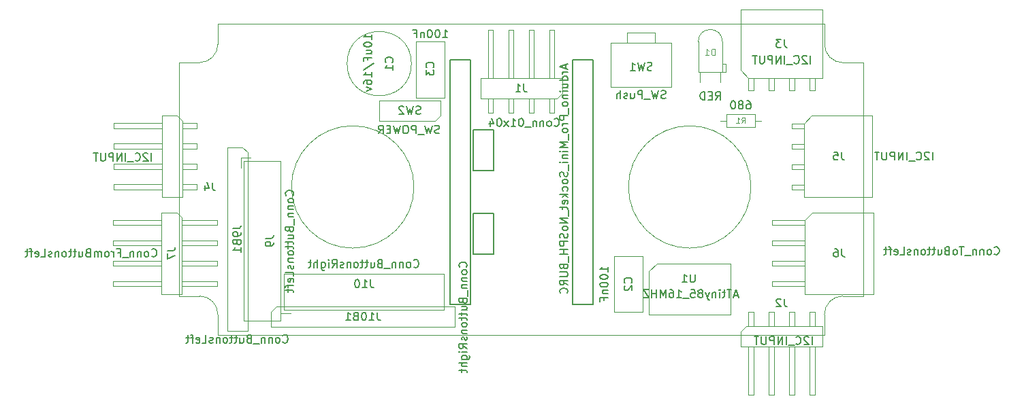
<source format=gbr>
%TF.GenerationSoftware,KiCad,Pcbnew,7.0.7*%
%TF.CreationDate,2023-09-10T17:47:14+02:00*%
%TF.ProjectId,Angle&Ana&Sw,416e676c-6526-4416-9e61-2653772e6b69,1.0*%
%TF.SameCoordinates,Original*%
%TF.FileFunction,AssemblyDrawing,Bot*%
%FSLAX46Y46*%
G04 Gerber Fmt 4.6, Leading zero omitted, Abs format (unit mm)*
G04 Created by KiCad (PCBNEW 7.0.7) date 2023-09-10 17:47:14*
%MOMM*%
%LPD*%
G01*
G04 APERTURE LIST*
%ADD10C,0.100000*%
%ADD11C,0.150000*%
%ADD12C,0.120000*%
%ADD13C,0.108000*%
G04 APERTURE END LIST*
D10*
X218054000Y-132080000D02*
X218054000Y-134600000D01*
X220340000Y-129794000D02*
X222895000Y-129794000D01*
X140330000Y-100711000D02*
G75*
G03*
X142616000Y-98425000I0J2286000D01*
G01*
X142619525Y-132080000D02*
G75*
G03*
X140330000Y-129790475I-2289525J0D01*
G01*
X142619525Y-132080000D02*
X142619525Y-134620000D01*
X140330000Y-100711000D02*
X137795000Y-100711000D01*
X142616000Y-98425000D02*
X142616000Y-95885000D01*
X137795000Y-129794000D02*
X137795000Y-100711000D01*
X220340000Y-100711000D02*
X222880000Y-100711000D01*
X220340000Y-129794000D02*
G75*
G03*
X218054000Y-132080000I0J-2286000D01*
G01*
X218054000Y-98425000D02*
X218054000Y-95885000D01*
X218054000Y-98425000D02*
G75*
G03*
X220340000Y-100711000I2286000J0D01*
G01*
X142616000Y-95885000D02*
X218054000Y-95885000D01*
X222895000Y-100711000D02*
X222895000Y-129794000D01*
X140330000Y-129790475D02*
X137790000Y-129790475D01*
X142619525Y-134620000D02*
X218054000Y-134620000D01*
D11*
X134396811Y-124819580D02*
X134444430Y-124867200D01*
X134444430Y-124867200D02*
X134587287Y-124914819D01*
X134587287Y-124914819D02*
X134682525Y-124914819D01*
X134682525Y-124914819D02*
X134825382Y-124867200D01*
X134825382Y-124867200D02*
X134920620Y-124771961D01*
X134920620Y-124771961D02*
X134968239Y-124676723D01*
X134968239Y-124676723D02*
X135015858Y-124486247D01*
X135015858Y-124486247D02*
X135015858Y-124343390D01*
X135015858Y-124343390D02*
X134968239Y-124152914D01*
X134968239Y-124152914D02*
X134920620Y-124057676D01*
X134920620Y-124057676D02*
X134825382Y-123962438D01*
X134825382Y-123962438D02*
X134682525Y-123914819D01*
X134682525Y-123914819D02*
X134587287Y-123914819D01*
X134587287Y-123914819D02*
X134444430Y-123962438D01*
X134444430Y-123962438D02*
X134396811Y-124010057D01*
X133825382Y-124914819D02*
X133920620Y-124867200D01*
X133920620Y-124867200D02*
X133968239Y-124819580D01*
X133968239Y-124819580D02*
X134015858Y-124724342D01*
X134015858Y-124724342D02*
X134015858Y-124438628D01*
X134015858Y-124438628D02*
X133968239Y-124343390D01*
X133968239Y-124343390D02*
X133920620Y-124295771D01*
X133920620Y-124295771D02*
X133825382Y-124248152D01*
X133825382Y-124248152D02*
X133682525Y-124248152D01*
X133682525Y-124248152D02*
X133587287Y-124295771D01*
X133587287Y-124295771D02*
X133539668Y-124343390D01*
X133539668Y-124343390D02*
X133492049Y-124438628D01*
X133492049Y-124438628D02*
X133492049Y-124724342D01*
X133492049Y-124724342D02*
X133539668Y-124819580D01*
X133539668Y-124819580D02*
X133587287Y-124867200D01*
X133587287Y-124867200D02*
X133682525Y-124914819D01*
X133682525Y-124914819D02*
X133825382Y-124914819D01*
X133063477Y-124248152D02*
X133063477Y-124914819D01*
X133063477Y-124343390D02*
X133015858Y-124295771D01*
X133015858Y-124295771D02*
X132920620Y-124248152D01*
X132920620Y-124248152D02*
X132777763Y-124248152D01*
X132777763Y-124248152D02*
X132682525Y-124295771D01*
X132682525Y-124295771D02*
X132634906Y-124391009D01*
X132634906Y-124391009D02*
X132634906Y-124914819D01*
X132158715Y-124248152D02*
X132158715Y-124914819D01*
X132158715Y-124343390D02*
X132111096Y-124295771D01*
X132111096Y-124295771D02*
X132015858Y-124248152D01*
X132015858Y-124248152D02*
X131873001Y-124248152D01*
X131873001Y-124248152D02*
X131777763Y-124295771D01*
X131777763Y-124295771D02*
X131730144Y-124391009D01*
X131730144Y-124391009D02*
X131730144Y-124914819D01*
X131492049Y-125010057D02*
X130730144Y-125010057D01*
X130158715Y-124391009D02*
X130492048Y-124391009D01*
X130492048Y-124914819D02*
X130492048Y-123914819D01*
X130492048Y-123914819D02*
X130015858Y-123914819D01*
X129634905Y-124914819D02*
X129634905Y-124248152D01*
X129634905Y-124438628D02*
X129587286Y-124343390D01*
X129587286Y-124343390D02*
X129539667Y-124295771D01*
X129539667Y-124295771D02*
X129444429Y-124248152D01*
X129444429Y-124248152D02*
X129349191Y-124248152D01*
X128873000Y-124914819D02*
X128968238Y-124867200D01*
X128968238Y-124867200D02*
X129015857Y-124819580D01*
X129015857Y-124819580D02*
X129063476Y-124724342D01*
X129063476Y-124724342D02*
X129063476Y-124438628D01*
X129063476Y-124438628D02*
X129015857Y-124343390D01*
X129015857Y-124343390D02*
X128968238Y-124295771D01*
X128968238Y-124295771D02*
X128873000Y-124248152D01*
X128873000Y-124248152D02*
X128730143Y-124248152D01*
X128730143Y-124248152D02*
X128634905Y-124295771D01*
X128634905Y-124295771D02*
X128587286Y-124343390D01*
X128587286Y-124343390D02*
X128539667Y-124438628D01*
X128539667Y-124438628D02*
X128539667Y-124724342D01*
X128539667Y-124724342D02*
X128587286Y-124819580D01*
X128587286Y-124819580D02*
X128634905Y-124867200D01*
X128634905Y-124867200D02*
X128730143Y-124914819D01*
X128730143Y-124914819D02*
X128873000Y-124914819D01*
X128111095Y-124914819D02*
X128111095Y-124248152D01*
X128111095Y-124343390D02*
X128063476Y-124295771D01*
X128063476Y-124295771D02*
X127968238Y-124248152D01*
X127968238Y-124248152D02*
X127825381Y-124248152D01*
X127825381Y-124248152D02*
X127730143Y-124295771D01*
X127730143Y-124295771D02*
X127682524Y-124391009D01*
X127682524Y-124391009D02*
X127682524Y-124914819D01*
X127682524Y-124391009D02*
X127634905Y-124295771D01*
X127634905Y-124295771D02*
X127539667Y-124248152D01*
X127539667Y-124248152D02*
X127396810Y-124248152D01*
X127396810Y-124248152D02*
X127301571Y-124295771D01*
X127301571Y-124295771D02*
X127253952Y-124391009D01*
X127253952Y-124391009D02*
X127253952Y-124914819D01*
X126444429Y-124391009D02*
X126301572Y-124438628D01*
X126301572Y-124438628D02*
X126253953Y-124486247D01*
X126253953Y-124486247D02*
X126206334Y-124581485D01*
X126206334Y-124581485D02*
X126206334Y-124724342D01*
X126206334Y-124724342D02*
X126253953Y-124819580D01*
X126253953Y-124819580D02*
X126301572Y-124867200D01*
X126301572Y-124867200D02*
X126396810Y-124914819D01*
X126396810Y-124914819D02*
X126777762Y-124914819D01*
X126777762Y-124914819D02*
X126777762Y-123914819D01*
X126777762Y-123914819D02*
X126444429Y-123914819D01*
X126444429Y-123914819D02*
X126349191Y-123962438D01*
X126349191Y-123962438D02*
X126301572Y-124010057D01*
X126301572Y-124010057D02*
X126253953Y-124105295D01*
X126253953Y-124105295D02*
X126253953Y-124200533D01*
X126253953Y-124200533D02*
X126301572Y-124295771D01*
X126301572Y-124295771D02*
X126349191Y-124343390D01*
X126349191Y-124343390D02*
X126444429Y-124391009D01*
X126444429Y-124391009D02*
X126777762Y-124391009D01*
X125349191Y-124248152D02*
X125349191Y-124914819D01*
X125777762Y-124248152D02*
X125777762Y-124771961D01*
X125777762Y-124771961D02*
X125730143Y-124867200D01*
X125730143Y-124867200D02*
X125634905Y-124914819D01*
X125634905Y-124914819D02*
X125492048Y-124914819D01*
X125492048Y-124914819D02*
X125396810Y-124867200D01*
X125396810Y-124867200D02*
X125349191Y-124819580D01*
X125015857Y-124248152D02*
X124634905Y-124248152D01*
X124873000Y-123914819D02*
X124873000Y-124771961D01*
X124873000Y-124771961D02*
X124825381Y-124867200D01*
X124825381Y-124867200D02*
X124730143Y-124914819D01*
X124730143Y-124914819D02*
X124634905Y-124914819D01*
X124444428Y-124248152D02*
X124063476Y-124248152D01*
X124301571Y-123914819D02*
X124301571Y-124771961D01*
X124301571Y-124771961D02*
X124253952Y-124867200D01*
X124253952Y-124867200D02*
X124158714Y-124914819D01*
X124158714Y-124914819D02*
X124063476Y-124914819D01*
X123587285Y-124914819D02*
X123682523Y-124867200D01*
X123682523Y-124867200D02*
X123730142Y-124819580D01*
X123730142Y-124819580D02*
X123777761Y-124724342D01*
X123777761Y-124724342D02*
X123777761Y-124438628D01*
X123777761Y-124438628D02*
X123730142Y-124343390D01*
X123730142Y-124343390D02*
X123682523Y-124295771D01*
X123682523Y-124295771D02*
X123587285Y-124248152D01*
X123587285Y-124248152D02*
X123444428Y-124248152D01*
X123444428Y-124248152D02*
X123349190Y-124295771D01*
X123349190Y-124295771D02*
X123301571Y-124343390D01*
X123301571Y-124343390D02*
X123253952Y-124438628D01*
X123253952Y-124438628D02*
X123253952Y-124724342D01*
X123253952Y-124724342D02*
X123301571Y-124819580D01*
X123301571Y-124819580D02*
X123349190Y-124867200D01*
X123349190Y-124867200D02*
X123444428Y-124914819D01*
X123444428Y-124914819D02*
X123587285Y-124914819D01*
X122825380Y-124248152D02*
X122825380Y-124914819D01*
X122825380Y-124343390D02*
X122777761Y-124295771D01*
X122777761Y-124295771D02*
X122682523Y-124248152D01*
X122682523Y-124248152D02*
X122539666Y-124248152D01*
X122539666Y-124248152D02*
X122444428Y-124295771D01*
X122444428Y-124295771D02*
X122396809Y-124391009D01*
X122396809Y-124391009D02*
X122396809Y-124914819D01*
X121968237Y-124867200D02*
X121872999Y-124914819D01*
X121872999Y-124914819D02*
X121682523Y-124914819D01*
X121682523Y-124914819D02*
X121587285Y-124867200D01*
X121587285Y-124867200D02*
X121539666Y-124771961D01*
X121539666Y-124771961D02*
X121539666Y-124724342D01*
X121539666Y-124724342D02*
X121587285Y-124629104D01*
X121587285Y-124629104D02*
X121682523Y-124581485D01*
X121682523Y-124581485D02*
X121825380Y-124581485D01*
X121825380Y-124581485D02*
X121920618Y-124533866D01*
X121920618Y-124533866D02*
X121968237Y-124438628D01*
X121968237Y-124438628D02*
X121968237Y-124391009D01*
X121968237Y-124391009D02*
X121920618Y-124295771D01*
X121920618Y-124295771D02*
X121825380Y-124248152D01*
X121825380Y-124248152D02*
X121682523Y-124248152D01*
X121682523Y-124248152D02*
X121587285Y-124295771D01*
X120634904Y-124914819D02*
X121111094Y-124914819D01*
X121111094Y-124914819D02*
X121111094Y-123914819D01*
X119920618Y-124867200D02*
X120015856Y-124914819D01*
X120015856Y-124914819D02*
X120206332Y-124914819D01*
X120206332Y-124914819D02*
X120301570Y-124867200D01*
X120301570Y-124867200D02*
X120349189Y-124771961D01*
X120349189Y-124771961D02*
X120349189Y-124391009D01*
X120349189Y-124391009D02*
X120301570Y-124295771D01*
X120301570Y-124295771D02*
X120206332Y-124248152D01*
X120206332Y-124248152D02*
X120015856Y-124248152D01*
X120015856Y-124248152D02*
X119920618Y-124295771D01*
X119920618Y-124295771D02*
X119872999Y-124391009D01*
X119872999Y-124391009D02*
X119872999Y-124486247D01*
X119872999Y-124486247D02*
X120349189Y-124581485D01*
X119587284Y-124248152D02*
X119206332Y-124248152D01*
X119444427Y-124914819D02*
X119444427Y-124057676D01*
X119444427Y-124057676D02*
X119396808Y-123962438D01*
X119396808Y-123962438D02*
X119301570Y-123914819D01*
X119301570Y-123914819D02*
X119206332Y-123914819D01*
X119015855Y-124248152D02*
X118634903Y-124248152D01*
X118872998Y-123914819D02*
X118872998Y-124771961D01*
X118872998Y-124771961D02*
X118825379Y-124867200D01*
X118825379Y-124867200D02*
X118730141Y-124914819D01*
X118730141Y-124914819D02*
X118634903Y-124914819D01*
X136319819Y-124126666D02*
X137034104Y-124126666D01*
X137034104Y-124126666D02*
X137176961Y-124079047D01*
X137176961Y-124079047D02*
X137272200Y-123983809D01*
X137272200Y-123983809D02*
X137319819Y-123840952D01*
X137319819Y-123840952D02*
X137319819Y-123745714D01*
X136319819Y-124507619D02*
X136319819Y-125174285D01*
X136319819Y-125174285D02*
X137319819Y-124745714D01*
X191129819Y-126762380D02*
X191129819Y-126190952D01*
X191129819Y-126476666D02*
X190129819Y-126476666D01*
X190129819Y-126476666D02*
X190272676Y-126381428D01*
X190272676Y-126381428D02*
X190367914Y-126286190D01*
X190367914Y-126286190D02*
X190415533Y-126190952D01*
X190129819Y-127381428D02*
X190129819Y-127476666D01*
X190129819Y-127476666D02*
X190177438Y-127571904D01*
X190177438Y-127571904D02*
X190225057Y-127619523D01*
X190225057Y-127619523D02*
X190320295Y-127667142D01*
X190320295Y-127667142D02*
X190510771Y-127714761D01*
X190510771Y-127714761D02*
X190748866Y-127714761D01*
X190748866Y-127714761D02*
X190939342Y-127667142D01*
X190939342Y-127667142D02*
X191034580Y-127619523D01*
X191034580Y-127619523D02*
X191082200Y-127571904D01*
X191082200Y-127571904D02*
X191129819Y-127476666D01*
X191129819Y-127476666D02*
X191129819Y-127381428D01*
X191129819Y-127381428D02*
X191082200Y-127286190D01*
X191082200Y-127286190D02*
X191034580Y-127238571D01*
X191034580Y-127238571D02*
X190939342Y-127190952D01*
X190939342Y-127190952D02*
X190748866Y-127143333D01*
X190748866Y-127143333D02*
X190510771Y-127143333D01*
X190510771Y-127143333D02*
X190320295Y-127190952D01*
X190320295Y-127190952D02*
X190225057Y-127238571D01*
X190225057Y-127238571D02*
X190177438Y-127286190D01*
X190177438Y-127286190D02*
X190129819Y-127381428D01*
X190129819Y-128333809D02*
X190129819Y-128429047D01*
X190129819Y-128429047D02*
X190177438Y-128524285D01*
X190177438Y-128524285D02*
X190225057Y-128571904D01*
X190225057Y-128571904D02*
X190320295Y-128619523D01*
X190320295Y-128619523D02*
X190510771Y-128667142D01*
X190510771Y-128667142D02*
X190748866Y-128667142D01*
X190748866Y-128667142D02*
X190939342Y-128619523D01*
X190939342Y-128619523D02*
X191034580Y-128571904D01*
X191034580Y-128571904D02*
X191082200Y-128524285D01*
X191082200Y-128524285D02*
X191129819Y-128429047D01*
X191129819Y-128429047D02*
X191129819Y-128333809D01*
X191129819Y-128333809D02*
X191082200Y-128238571D01*
X191082200Y-128238571D02*
X191034580Y-128190952D01*
X191034580Y-128190952D02*
X190939342Y-128143333D01*
X190939342Y-128143333D02*
X190748866Y-128095714D01*
X190748866Y-128095714D02*
X190510771Y-128095714D01*
X190510771Y-128095714D02*
X190320295Y-128143333D01*
X190320295Y-128143333D02*
X190225057Y-128190952D01*
X190225057Y-128190952D02*
X190177438Y-128238571D01*
X190177438Y-128238571D02*
X190129819Y-128333809D01*
X190463152Y-129095714D02*
X191129819Y-129095714D01*
X190558390Y-129095714D02*
X190510771Y-129143333D01*
X190510771Y-129143333D02*
X190463152Y-129238571D01*
X190463152Y-129238571D02*
X190463152Y-129381428D01*
X190463152Y-129381428D02*
X190510771Y-129476666D01*
X190510771Y-129476666D02*
X190606009Y-129524285D01*
X190606009Y-129524285D02*
X191129819Y-129524285D01*
X190606009Y-130333809D02*
X190606009Y-130000476D01*
X191129819Y-130000476D02*
X190129819Y-130000476D01*
X190129819Y-130000476D02*
X190129819Y-130476666D01*
X194034580Y-128143333D02*
X194082200Y-128095714D01*
X194082200Y-128095714D02*
X194129819Y-127952857D01*
X194129819Y-127952857D02*
X194129819Y-127857619D01*
X194129819Y-127857619D02*
X194082200Y-127714762D01*
X194082200Y-127714762D02*
X193986961Y-127619524D01*
X193986961Y-127619524D02*
X193891723Y-127571905D01*
X193891723Y-127571905D02*
X193701247Y-127524286D01*
X193701247Y-127524286D02*
X193558390Y-127524286D01*
X193558390Y-127524286D02*
X193367914Y-127571905D01*
X193367914Y-127571905D02*
X193272676Y-127619524D01*
X193272676Y-127619524D02*
X193177438Y-127714762D01*
X193177438Y-127714762D02*
X193129819Y-127857619D01*
X193129819Y-127857619D02*
X193129819Y-127952857D01*
X193129819Y-127952857D02*
X193177438Y-128095714D01*
X193177438Y-128095714D02*
X193225057Y-128143333D01*
X193225057Y-128524286D02*
X193177438Y-128571905D01*
X193177438Y-128571905D02*
X193129819Y-128667143D01*
X193129819Y-128667143D02*
X193129819Y-128905238D01*
X193129819Y-128905238D02*
X193177438Y-129000476D01*
X193177438Y-129000476D02*
X193225057Y-129048095D01*
X193225057Y-129048095D02*
X193320295Y-129095714D01*
X193320295Y-129095714D02*
X193415533Y-129095714D01*
X193415533Y-129095714D02*
X193558390Y-129048095D01*
X193558390Y-129048095D02*
X194129819Y-128476667D01*
X194129819Y-128476667D02*
X194129819Y-129095714D01*
X170584619Y-97609819D02*
X171156047Y-97609819D01*
X170870333Y-97609819D02*
X170870333Y-96609819D01*
X170870333Y-96609819D02*
X170965571Y-96752676D01*
X170965571Y-96752676D02*
X171060809Y-96847914D01*
X171060809Y-96847914D02*
X171156047Y-96895533D01*
X169965571Y-96609819D02*
X169870333Y-96609819D01*
X169870333Y-96609819D02*
X169775095Y-96657438D01*
X169775095Y-96657438D02*
X169727476Y-96705057D01*
X169727476Y-96705057D02*
X169679857Y-96800295D01*
X169679857Y-96800295D02*
X169632238Y-96990771D01*
X169632238Y-96990771D02*
X169632238Y-97228866D01*
X169632238Y-97228866D02*
X169679857Y-97419342D01*
X169679857Y-97419342D02*
X169727476Y-97514580D01*
X169727476Y-97514580D02*
X169775095Y-97562200D01*
X169775095Y-97562200D02*
X169870333Y-97609819D01*
X169870333Y-97609819D02*
X169965571Y-97609819D01*
X169965571Y-97609819D02*
X170060809Y-97562200D01*
X170060809Y-97562200D02*
X170108428Y-97514580D01*
X170108428Y-97514580D02*
X170156047Y-97419342D01*
X170156047Y-97419342D02*
X170203666Y-97228866D01*
X170203666Y-97228866D02*
X170203666Y-96990771D01*
X170203666Y-96990771D02*
X170156047Y-96800295D01*
X170156047Y-96800295D02*
X170108428Y-96705057D01*
X170108428Y-96705057D02*
X170060809Y-96657438D01*
X170060809Y-96657438D02*
X169965571Y-96609819D01*
X169013190Y-96609819D02*
X168917952Y-96609819D01*
X168917952Y-96609819D02*
X168822714Y-96657438D01*
X168822714Y-96657438D02*
X168775095Y-96705057D01*
X168775095Y-96705057D02*
X168727476Y-96800295D01*
X168727476Y-96800295D02*
X168679857Y-96990771D01*
X168679857Y-96990771D02*
X168679857Y-97228866D01*
X168679857Y-97228866D02*
X168727476Y-97419342D01*
X168727476Y-97419342D02*
X168775095Y-97514580D01*
X168775095Y-97514580D02*
X168822714Y-97562200D01*
X168822714Y-97562200D02*
X168917952Y-97609819D01*
X168917952Y-97609819D02*
X169013190Y-97609819D01*
X169013190Y-97609819D02*
X169108428Y-97562200D01*
X169108428Y-97562200D02*
X169156047Y-97514580D01*
X169156047Y-97514580D02*
X169203666Y-97419342D01*
X169203666Y-97419342D02*
X169251285Y-97228866D01*
X169251285Y-97228866D02*
X169251285Y-96990771D01*
X169251285Y-96990771D02*
X169203666Y-96800295D01*
X169203666Y-96800295D02*
X169156047Y-96705057D01*
X169156047Y-96705057D02*
X169108428Y-96657438D01*
X169108428Y-96657438D02*
X169013190Y-96609819D01*
X168251285Y-96943152D02*
X168251285Y-97609819D01*
X168251285Y-97038390D02*
X168203666Y-96990771D01*
X168203666Y-96990771D02*
X168108428Y-96943152D01*
X168108428Y-96943152D02*
X167965571Y-96943152D01*
X167965571Y-96943152D02*
X167870333Y-96990771D01*
X167870333Y-96990771D02*
X167822714Y-97086009D01*
X167822714Y-97086009D02*
X167822714Y-97609819D01*
X167013190Y-97086009D02*
X167346523Y-97086009D01*
X167346523Y-97609819D02*
X167346523Y-96609819D01*
X167346523Y-96609819D02*
X166870333Y-96609819D01*
X169396580Y-101306333D02*
X169444200Y-101258714D01*
X169444200Y-101258714D02*
X169491819Y-101115857D01*
X169491819Y-101115857D02*
X169491819Y-101020619D01*
X169491819Y-101020619D02*
X169444200Y-100877762D01*
X169444200Y-100877762D02*
X169348961Y-100782524D01*
X169348961Y-100782524D02*
X169253723Y-100734905D01*
X169253723Y-100734905D02*
X169063247Y-100687286D01*
X169063247Y-100687286D02*
X168920390Y-100687286D01*
X168920390Y-100687286D02*
X168729914Y-100734905D01*
X168729914Y-100734905D02*
X168634676Y-100782524D01*
X168634676Y-100782524D02*
X168539438Y-100877762D01*
X168539438Y-100877762D02*
X168491819Y-101020619D01*
X168491819Y-101020619D02*
X168491819Y-101115857D01*
X168491819Y-101115857D02*
X168539438Y-101258714D01*
X168539438Y-101258714D02*
X168587057Y-101306333D01*
X168491819Y-101639667D02*
X168491819Y-102258714D01*
X168491819Y-102258714D02*
X168872771Y-101925381D01*
X168872771Y-101925381D02*
X168872771Y-102068238D01*
X168872771Y-102068238D02*
X168920390Y-102163476D01*
X168920390Y-102163476D02*
X168968009Y-102211095D01*
X168968009Y-102211095D02*
X169063247Y-102258714D01*
X169063247Y-102258714D02*
X169301342Y-102258714D01*
X169301342Y-102258714D02*
X169396580Y-102211095D01*
X169396580Y-102211095D02*
X169444200Y-102163476D01*
X169444200Y-102163476D02*
X169491819Y-102068238D01*
X169491819Y-102068238D02*
X169491819Y-101782524D01*
X169491819Y-101782524D02*
X169444200Y-101687286D01*
X169444200Y-101687286D02*
X169396580Y-101639667D01*
X207255333Y-129709104D02*
X206779143Y-129709104D01*
X207350571Y-129994819D02*
X207017238Y-128994819D01*
X207017238Y-128994819D02*
X206683905Y-129994819D01*
X206493428Y-128994819D02*
X205922000Y-128994819D01*
X206207714Y-129994819D02*
X206207714Y-128994819D01*
X205731523Y-129328152D02*
X205350571Y-129328152D01*
X205588666Y-128994819D02*
X205588666Y-129851961D01*
X205588666Y-129851961D02*
X205541047Y-129947200D01*
X205541047Y-129947200D02*
X205445809Y-129994819D01*
X205445809Y-129994819D02*
X205350571Y-129994819D01*
X205017237Y-129994819D02*
X205017237Y-129328152D01*
X205017237Y-128994819D02*
X205064856Y-129042438D01*
X205064856Y-129042438D02*
X205017237Y-129090057D01*
X205017237Y-129090057D02*
X204969618Y-129042438D01*
X204969618Y-129042438D02*
X205017237Y-128994819D01*
X205017237Y-128994819D02*
X205017237Y-129090057D01*
X204541047Y-129328152D02*
X204541047Y-129994819D01*
X204541047Y-129423390D02*
X204493428Y-129375771D01*
X204493428Y-129375771D02*
X204398190Y-129328152D01*
X204398190Y-129328152D02*
X204255333Y-129328152D01*
X204255333Y-129328152D02*
X204160095Y-129375771D01*
X204160095Y-129375771D02*
X204112476Y-129471009D01*
X204112476Y-129471009D02*
X204112476Y-129994819D01*
X203731523Y-129328152D02*
X203493428Y-129994819D01*
X203255333Y-129328152D02*
X203493428Y-129994819D01*
X203493428Y-129994819D02*
X203588666Y-130232914D01*
X203588666Y-130232914D02*
X203636285Y-130280533D01*
X203636285Y-130280533D02*
X203731523Y-130328152D01*
X202731523Y-129423390D02*
X202826761Y-129375771D01*
X202826761Y-129375771D02*
X202874380Y-129328152D01*
X202874380Y-129328152D02*
X202921999Y-129232914D01*
X202921999Y-129232914D02*
X202921999Y-129185295D01*
X202921999Y-129185295D02*
X202874380Y-129090057D01*
X202874380Y-129090057D02*
X202826761Y-129042438D01*
X202826761Y-129042438D02*
X202731523Y-128994819D01*
X202731523Y-128994819D02*
X202541047Y-128994819D01*
X202541047Y-128994819D02*
X202445809Y-129042438D01*
X202445809Y-129042438D02*
X202398190Y-129090057D01*
X202398190Y-129090057D02*
X202350571Y-129185295D01*
X202350571Y-129185295D02*
X202350571Y-129232914D01*
X202350571Y-129232914D02*
X202398190Y-129328152D01*
X202398190Y-129328152D02*
X202445809Y-129375771D01*
X202445809Y-129375771D02*
X202541047Y-129423390D01*
X202541047Y-129423390D02*
X202731523Y-129423390D01*
X202731523Y-129423390D02*
X202826761Y-129471009D01*
X202826761Y-129471009D02*
X202874380Y-129518628D01*
X202874380Y-129518628D02*
X202921999Y-129613866D01*
X202921999Y-129613866D02*
X202921999Y-129804342D01*
X202921999Y-129804342D02*
X202874380Y-129899580D01*
X202874380Y-129899580D02*
X202826761Y-129947200D01*
X202826761Y-129947200D02*
X202731523Y-129994819D01*
X202731523Y-129994819D02*
X202541047Y-129994819D01*
X202541047Y-129994819D02*
X202445809Y-129947200D01*
X202445809Y-129947200D02*
X202398190Y-129899580D01*
X202398190Y-129899580D02*
X202350571Y-129804342D01*
X202350571Y-129804342D02*
X202350571Y-129613866D01*
X202350571Y-129613866D02*
X202398190Y-129518628D01*
X202398190Y-129518628D02*
X202445809Y-129471009D01*
X202445809Y-129471009D02*
X202541047Y-129423390D01*
X201445809Y-128994819D02*
X201921999Y-128994819D01*
X201921999Y-128994819D02*
X201969618Y-129471009D01*
X201969618Y-129471009D02*
X201921999Y-129423390D01*
X201921999Y-129423390D02*
X201826761Y-129375771D01*
X201826761Y-129375771D02*
X201588666Y-129375771D01*
X201588666Y-129375771D02*
X201493428Y-129423390D01*
X201493428Y-129423390D02*
X201445809Y-129471009D01*
X201445809Y-129471009D02*
X201398190Y-129566247D01*
X201398190Y-129566247D02*
X201398190Y-129804342D01*
X201398190Y-129804342D02*
X201445809Y-129899580D01*
X201445809Y-129899580D02*
X201493428Y-129947200D01*
X201493428Y-129947200D02*
X201588666Y-129994819D01*
X201588666Y-129994819D02*
X201826761Y-129994819D01*
X201826761Y-129994819D02*
X201921999Y-129947200D01*
X201921999Y-129947200D02*
X201969618Y-129899580D01*
X201207714Y-130090057D02*
X200445809Y-130090057D01*
X199683904Y-129994819D02*
X200255332Y-129994819D01*
X199969618Y-129994819D02*
X199969618Y-128994819D01*
X199969618Y-128994819D02*
X200064856Y-129137676D01*
X200064856Y-129137676D02*
X200160094Y-129232914D01*
X200160094Y-129232914D02*
X200255332Y-129280533D01*
X198826761Y-128994819D02*
X199017237Y-128994819D01*
X199017237Y-128994819D02*
X199112475Y-129042438D01*
X199112475Y-129042438D02*
X199160094Y-129090057D01*
X199160094Y-129090057D02*
X199255332Y-129232914D01*
X199255332Y-129232914D02*
X199302951Y-129423390D01*
X199302951Y-129423390D02*
X199302951Y-129804342D01*
X199302951Y-129804342D02*
X199255332Y-129899580D01*
X199255332Y-129899580D02*
X199207713Y-129947200D01*
X199207713Y-129947200D02*
X199112475Y-129994819D01*
X199112475Y-129994819D02*
X198921999Y-129994819D01*
X198921999Y-129994819D02*
X198826761Y-129947200D01*
X198826761Y-129947200D02*
X198779142Y-129899580D01*
X198779142Y-129899580D02*
X198731523Y-129804342D01*
X198731523Y-129804342D02*
X198731523Y-129566247D01*
X198731523Y-129566247D02*
X198779142Y-129471009D01*
X198779142Y-129471009D02*
X198826761Y-129423390D01*
X198826761Y-129423390D02*
X198921999Y-129375771D01*
X198921999Y-129375771D02*
X199112475Y-129375771D01*
X199112475Y-129375771D02*
X199207713Y-129423390D01*
X199207713Y-129423390D02*
X199255332Y-129471009D01*
X199255332Y-129471009D02*
X199302951Y-129566247D01*
X198302951Y-129994819D02*
X198302951Y-128994819D01*
X198302951Y-128994819D02*
X197969618Y-129709104D01*
X197969618Y-129709104D02*
X197636285Y-128994819D01*
X197636285Y-128994819D02*
X197636285Y-129994819D01*
X197160094Y-129994819D02*
X197160094Y-128994819D01*
X197160094Y-129471009D02*
X196588666Y-129471009D01*
X196588666Y-129994819D02*
X196588666Y-128994819D01*
X196207713Y-128994819D02*
X195541047Y-128994819D01*
X195541047Y-128994819D02*
X196207713Y-129994819D01*
X196207713Y-129994819D02*
X195541047Y-129994819D01*
X201929904Y-127089819D02*
X201929904Y-127899342D01*
X201929904Y-127899342D02*
X201882285Y-127994580D01*
X201882285Y-127994580D02*
X201834666Y-128042200D01*
X201834666Y-128042200D02*
X201739428Y-128089819D01*
X201739428Y-128089819D02*
X201548952Y-128089819D01*
X201548952Y-128089819D02*
X201453714Y-128042200D01*
X201453714Y-128042200D02*
X201406095Y-127994580D01*
X201406095Y-127994580D02*
X201358476Y-127899342D01*
X201358476Y-127899342D02*
X201358476Y-127089819D01*
X200358476Y-128089819D02*
X200929904Y-128089819D01*
X200644190Y-128089819D02*
X200644190Y-127089819D01*
X200644190Y-127089819D02*
X200739428Y-127232676D01*
X200739428Y-127232676D02*
X200834666Y-127327914D01*
X200834666Y-127327914D02*
X200929904Y-127375533D01*
X166971477Y-126153580D02*
X167019096Y-126201200D01*
X167019096Y-126201200D02*
X167161953Y-126248819D01*
X167161953Y-126248819D02*
X167257191Y-126248819D01*
X167257191Y-126248819D02*
X167400048Y-126201200D01*
X167400048Y-126201200D02*
X167495286Y-126105961D01*
X167495286Y-126105961D02*
X167542905Y-126010723D01*
X167542905Y-126010723D02*
X167590524Y-125820247D01*
X167590524Y-125820247D02*
X167590524Y-125677390D01*
X167590524Y-125677390D02*
X167542905Y-125486914D01*
X167542905Y-125486914D02*
X167495286Y-125391676D01*
X167495286Y-125391676D02*
X167400048Y-125296438D01*
X167400048Y-125296438D02*
X167257191Y-125248819D01*
X167257191Y-125248819D02*
X167161953Y-125248819D01*
X167161953Y-125248819D02*
X167019096Y-125296438D01*
X167019096Y-125296438D02*
X166971477Y-125344057D01*
X166400048Y-126248819D02*
X166495286Y-126201200D01*
X166495286Y-126201200D02*
X166542905Y-126153580D01*
X166542905Y-126153580D02*
X166590524Y-126058342D01*
X166590524Y-126058342D02*
X166590524Y-125772628D01*
X166590524Y-125772628D02*
X166542905Y-125677390D01*
X166542905Y-125677390D02*
X166495286Y-125629771D01*
X166495286Y-125629771D02*
X166400048Y-125582152D01*
X166400048Y-125582152D02*
X166257191Y-125582152D01*
X166257191Y-125582152D02*
X166161953Y-125629771D01*
X166161953Y-125629771D02*
X166114334Y-125677390D01*
X166114334Y-125677390D02*
X166066715Y-125772628D01*
X166066715Y-125772628D02*
X166066715Y-126058342D01*
X166066715Y-126058342D02*
X166114334Y-126153580D01*
X166114334Y-126153580D02*
X166161953Y-126201200D01*
X166161953Y-126201200D02*
X166257191Y-126248819D01*
X166257191Y-126248819D02*
X166400048Y-126248819D01*
X165638143Y-125582152D02*
X165638143Y-126248819D01*
X165638143Y-125677390D02*
X165590524Y-125629771D01*
X165590524Y-125629771D02*
X165495286Y-125582152D01*
X165495286Y-125582152D02*
X165352429Y-125582152D01*
X165352429Y-125582152D02*
X165257191Y-125629771D01*
X165257191Y-125629771D02*
X165209572Y-125725009D01*
X165209572Y-125725009D02*
X165209572Y-126248819D01*
X164733381Y-125582152D02*
X164733381Y-126248819D01*
X164733381Y-125677390D02*
X164685762Y-125629771D01*
X164685762Y-125629771D02*
X164590524Y-125582152D01*
X164590524Y-125582152D02*
X164447667Y-125582152D01*
X164447667Y-125582152D02*
X164352429Y-125629771D01*
X164352429Y-125629771D02*
X164304810Y-125725009D01*
X164304810Y-125725009D02*
X164304810Y-126248819D01*
X164066715Y-126344057D02*
X163304810Y-126344057D01*
X162733381Y-125725009D02*
X162590524Y-125772628D01*
X162590524Y-125772628D02*
X162542905Y-125820247D01*
X162542905Y-125820247D02*
X162495286Y-125915485D01*
X162495286Y-125915485D02*
X162495286Y-126058342D01*
X162495286Y-126058342D02*
X162542905Y-126153580D01*
X162542905Y-126153580D02*
X162590524Y-126201200D01*
X162590524Y-126201200D02*
X162685762Y-126248819D01*
X162685762Y-126248819D02*
X163066714Y-126248819D01*
X163066714Y-126248819D02*
X163066714Y-125248819D01*
X163066714Y-125248819D02*
X162733381Y-125248819D01*
X162733381Y-125248819D02*
X162638143Y-125296438D01*
X162638143Y-125296438D02*
X162590524Y-125344057D01*
X162590524Y-125344057D02*
X162542905Y-125439295D01*
X162542905Y-125439295D02*
X162542905Y-125534533D01*
X162542905Y-125534533D02*
X162590524Y-125629771D01*
X162590524Y-125629771D02*
X162638143Y-125677390D01*
X162638143Y-125677390D02*
X162733381Y-125725009D01*
X162733381Y-125725009D02*
X163066714Y-125725009D01*
X161638143Y-125582152D02*
X161638143Y-126248819D01*
X162066714Y-125582152D02*
X162066714Y-126105961D01*
X162066714Y-126105961D02*
X162019095Y-126201200D01*
X162019095Y-126201200D02*
X161923857Y-126248819D01*
X161923857Y-126248819D02*
X161781000Y-126248819D01*
X161781000Y-126248819D02*
X161685762Y-126201200D01*
X161685762Y-126201200D02*
X161638143Y-126153580D01*
X161304809Y-125582152D02*
X160923857Y-125582152D01*
X161161952Y-125248819D02*
X161161952Y-126105961D01*
X161161952Y-126105961D02*
X161114333Y-126201200D01*
X161114333Y-126201200D02*
X161019095Y-126248819D01*
X161019095Y-126248819D02*
X160923857Y-126248819D01*
X160733380Y-125582152D02*
X160352428Y-125582152D01*
X160590523Y-125248819D02*
X160590523Y-126105961D01*
X160590523Y-126105961D02*
X160542904Y-126201200D01*
X160542904Y-126201200D02*
X160447666Y-126248819D01*
X160447666Y-126248819D02*
X160352428Y-126248819D01*
X159876237Y-126248819D02*
X159971475Y-126201200D01*
X159971475Y-126201200D02*
X160019094Y-126153580D01*
X160019094Y-126153580D02*
X160066713Y-126058342D01*
X160066713Y-126058342D02*
X160066713Y-125772628D01*
X160066713Y-125772628D02*
X160019094Y-125677390D01*
X160019094Y-125677390D02*
X159971475Y-125629771D01*
X159971475Y-125629771D02*
X159876237Y-125582152D01*
X159876237Y-125582152D02*
X159733380Y-125582152D01*
X159733380Y-125582152D02*
X159638142Y-125629771D01*
X159638142Y-125629771D02*
X159590523Y-125677390D01*
X159590523Y-125677390D02*
X159542904Y-125772628D01*
X159542904Y-125772628D02*
X159542904Y-126058342D01*
X159542904Y-126058342D02*
X159590523Y-126153580D01*
X159590523Y-126153580D02*
X159638142Y-126201200D01*
X159638142Y-126201200D02*
X159733380Y-126248819D01*
X159733380Y-126248819D02*
X159876237Y-126248819D01*
X159114332Y-125582152D02*
X159114332Y-126248819D01*
X159114332Y-125677390D02*
X159066713Y-125629771D01*
X159066713Y-125629771D02*
X158971475Y-125582152D01*
X158971475Y-125582152D02*
X158828618Y-125582152D01*
X158828618Y-125582152D02*
X158733380Y-125629771D01*
X158733380Y-125629771D02*
X158685761Y-125725009D01*
X158685761Y-125725009D02*
X158685761Y-126248819D01*
X158257189Y-126201200D02*
X158161951Y-126248819D01*
X158161951Y-126248819D02*
X157971475Y-126248819D01*
X157971475Y-126248819D02*
X157876237Y-126201200D01*
X157876237Y-126201200D02*
X157828618Y-126105961D01*
X157828618Y-126105961D02*
X157828618Y-126058342D01*
X157828618Y-126058342D02*
X157876237Y-125963104D01*
X157876237Y-125963104D02*
X157971475Y-125915485D01*
X157971475Y-125915485D02*
X158114332Y-125915485D01*
X158114332Y-125915485D02*
X158209570Y-125867866D01*
X158209570Y-125867866D02*
X158257189Y-125772628D01*
X158257189Y-125772628D02*
X158257189Y-125725009D01*
X158257189Y-125725009D02*
X158209570Y-125629771D01*
X158209570Y-125629771D02*
X158114332Y-125582152D01*
X158114332Y-125582152D02*
X157971475Y-125582152D01*
X157971475Y-125582152D02*
X157876237Y-125629771D01*
X156828618Y-126248819D02*
X157161951Y-125772628D01*
X157400046Y-126248819D02*
X157400046Y-125248819D01*
X157400046Y-125248819D02*
X157019094Y-125248819D01*
X157019094Y-125248819D02*
X156923856Y-125296438D01*
X156923856Y-125296438D02*
X156876237Y-125344057D01*
X156876237Y-125344057D02*
X156828618Y-125439295D01*
X156828618Y-125439295D02*
X156828618Y-125582152D01*
X156828618Y-125582152D02*
X156876237Y-125677390D01*
X156876237Y-125677390D02*
X156923856Y-125725009D01*
X156923856Y-125725009D02*
X157019094Y-125772628D01*
X157019094Y-125772628D02*
X157400046Y-125772628D01*
X156400046Y-126248819D02*
X156400046Y-125582152D01*
X156400046Y-125248819D02*
X156447665Y-125296438D01*
X156447665Y-125296438D02*
X156400046Y-125344057D01*
X156400046Y-125344057D02*
X156352427Y-125296438D01*
X156352427Y-125296438D02*
X156400046Y-125248819D01*
X156400046Y-125248819D02*
X156400046Y-125344057D01*
X155495285Y-125582152D02*
X155495285Y-126391676D01*
X155495285Y-126391676D02*
X155542904Y-126486914D01*
X155542904Y-126486914D02*
X155590523Y-126534533D01*
X155590523Y-126534533D02*
X155685761Y-126582152D01*
X155685761Y-126582152D02*
X155828618Y-126582152D01*
X155828618Y-126582152D02*
X155923856Y-126534533D01*
X155495285Y-126201200D02*
X155590523Y-126248819D01*
X155590523Y-126248819D02*
X155780999Y-126248819D01*
X155780999Y-126248819D02*
X155876237Y-126201200D01*
X155876237Y-126201200D02*
X155923856Y-126153580D01*
X155923856Y-126153580D02*
X155971475Y-126058342D01*
X155971475Y-126058342D02*
X155971475Y-125772628D01*
X155971475Y-125772628D02*
X155923856Y-125677390D01*
X155923856Y-125677390D02*
X155876237Y-125629771D01*
X155876237Y-125629771D02*
X155780999Y-125582152D01*
X155780999Y-125582152D02*
X155590523Y-125582152D01*
X155590523Y-125582152D02*
X155495285Y-125629771D01*
X155019094Y-126248819D02*
X155019094Y-125248819D01*
X154590523Y-126248819D02*
X154590523Y-125725009D01*
X154590523Y-125725009D02*
X154638142Y-125629771D01*
X154638142Y-125629771D02*
X154733380Y-125582152D01*
X154733380Y-125582152D02*
X154876237Y-125582152D01*
X154876237Y-125582152D02*
X154971475Y-125629771D01*
X154971475Y-125629771D02*
X155019094Y-125677390D01*
X154257189Y-125582152D02*
X153876237Y-125582152D01*
X154114332Y-125248819D02*
X154114332Y-126105961D01*
X154114332Y-126105961D02*
X154066713Y-126201200D01*
X154066713Y-126201200D02*
X153971475Y-126248819D01*
X153971475Y-126248819D02*
X153876237Y-126248819D01*
X161590523Y-127748819D02*
X161590523Y-128463104D01*
X161590523Y-128463104D02*
X161638142Y-128605961D01*
X161638142Y-128605961D02*
X161733380Y-128701200D01*
X161733380Y-128701200D02*
X161876237Y-128748819D01*
X161876237Y-128748819D02*
X161971475Y-128748819D01*
X160590523Y-128748819D02*
X161161951Y-128748819D01*
X160876237Y-128748819D02*
X160876237Y-127748819D01*
X160876237Y-127748819D02*
X160971475Y-127891676D01*
X160971475Y-127891676D02*
X161066713Y-127986914D01*
X161066713Y-127986914D02*
X161161951Y-128034533D01*
X159971475Y-127748819D02*
X159876237Y-127748819D01*
X159876237Y-127748819D02*
X159780999Y-127796438D01*
X159780999Y-127796438D02*
X159733380Y-127844057D01*
X159733380Y-127844057D02*
X159685761Y-127939295D01*
X159685761Y-127939295D02*
X159638142Y-128129771D01*
X159638142Y-128129771D02*
X159638142Y-128367866D01*
X159638142Y-128367866D02*
X159685761Y-128558342D01*
X159685761Y-128558342D02*
X159733380Y-128653580D01*
X159733380Y-128653580D02*
X159780999Y-128701200D01*
X159780999Y-128701200D02*
X159876237Y-128748819D01*
X159876237Y-128748819D02*
X159971475Y-128748819D01*
X159971475Y-128748819D02*
X160066713Y-128701200D01*
X160066713Y-128701200D02*
X160114332Y-128653580D01*
X160114332Y-128653580D02*
X160161951Y-128558342D01*
X160161951Y-128558342D02*
X160209570Y-128367866D01*
X160209570Y-128367866D02*
X160209570Y-128129771D01*
X160209570Y-128129771D02*
X160161951Y-127939295D01*
X160161951Y-127939295D02*
X160114332Y-127844057D01*
X160114332Y-127844057D02*
X160066713Y-127796438D01*
X160066713Y-127796438D02*
X159971475Y-127748819D01*
X170155713Y-109500200D02*
X170012856Y-109547819D01*
X170012856Y-109547819D02*
X169774761Y-109547819D01*
X169774761Y-109547819D02*
X169679523Y-109500200D01*
X169679523Y-109500200D02*
X169631904Y-109452580D01*
X169631904Y-109452580D02*
X169584285Y-109357342D01*
X169584285Y-109357342D02*
X169584285Y-109262104D01*
X169584285Y-109262104D02*
X169631904Y-109166866D01*
X169631904Y-109166866D02*
X169679523Y-109119247D01*
X169679523Y-109119247D02*
X169774761Y-109071628D01*
X169774761Y-109071628D02*
X169965237Y-109024009D01*
X169965237Y-109024009D02*
X170060475Y-108976390D01*
X170060475Y-108976390D02*
X170108094Y-108928771D01*
X170108094Y-108928771D02*
X170155713Y-108833533D01*
X170155713Y-108833533D02*
X170155713Y-108738295D01*
X170155713Y-108738295D02*
X170108094Y-108643057D01*
X170108094Y-108643057D02*
X170060475Y-108595438D01*
X170060475Y-108595438D02*
X169965237Y-108547819D01*
X169965237Y-108547819D02*
X169727142Y-108547819D01*
X169727142Y-108547819D02*
X169584285Y-108595438D01*
X169250951Y-108547819D02*
X169012856Y-109547819D01*
X169012856Y-109547819D02*
X168822380Y-108833533D01*
X168822380Y-108833533D02*
X168631904Y-109547819D01*
X168631904Y-109547819D02*
X168393809Y-108547819D01*
X168250952Y-109643057D02*
X167489047Y-109643057D01*
X167250951Y-109547819D02*
X167250951Y-108547819D01*
X167250951Y-108547819D02*
X166869999Y-108547819D01*
X166869999Y-108547819D02*
X166774761Y-108595438D01*
X166774761Y-108595438D02*
X166727142Y-108643057D01*
X166727142Y-108643057D02*
X166679523Y-108738295D01*
X166679523Y-108738295D02*
X166679523Y-108881152D01*
X166679523Y-108881152D02*
X166727142Y-108976390D01*
X166727142Y-108976390D02*
X166774761Y-109024009D01*
X166774761Y-109024009D02*
X166869999Y-109071628D01*
X166869999Y-109071628D02*
X167250951Y-109071628D01*
X166060475Y-108547819D02*
X165869999Y-108547819D01*
X165869999Y-108547819D02*
X165774761Y-108595438D01*
X165774761Y-108595438D02*
X165679523Y-108690676D01*
X165679523Y-108690676D02*
X165631904Y-108881152D01*
X165631904Y-108881152D02*
X165631904Y-109214485D01*
X165631904Y-109214485D02*
X165679523Y-109404961D01*
X165679523Y-109404961D02*
X165774761Y-109500200D01*
X165774761Y-109500200D02*
X165869999Y-109547819D01*
X165869999Y-109547819D02*
X166060475Y-109547819D01*
X166060475Y-109547819D02*
X166155713Y-109500200D01*
X166155713Y-109500200D02*
X166250951Y-109404961D01*
X166250951Y-109404961D02*
X166298570Y-109214485D01*
X166298570Y-109214485D02*
X166298570Y-108881152D01*
X166298570Y-108881152D02*
X166250951Y-108690676D01*
X166250951Y-108690676D02*
X166155713Y-108595438D01*
X166155713Y-108595438D02*
X166060475Y-108547819D01*
X165298570Y-108547819D02*
X165060475Y-109547819D01*
X165060475Y-109547819D02*
X164869999Y-108833533D01*
X164869999Y-108833533D02*
X164679523Y-109547819D01*
X164679523Y-109547819D02*
X164441428Y-108547819D01*
X164060475Y-109024009D02*
X163727142Y-109024009D01*
X163584285Y-109547819D02*
X164060475Y-109547819D01*
X164060475Y-109547819D02*
X164060475Y-108547819D01*
X164060475Y-108547819D02*
X163584285Y-108547819D01*
X162584285Y-109547819D02*
X162917618Y-109071628D01*
X163155713Y-109547819D02*
X163155713Y-108547819D01*
X163155713Y-108547819D02*
X162774761Y-108547819D01*
X162774761Y-108547819D02*
X162679523Y-108595438D01*
X162679523Y-108595438D02*
X162631904Y-108643057D01*
X162631904Y-108643057D02*
X162584285Y-108738295D01*
X162584285Y-108738295D02*
X162584285Y-108881152D01*
X162584285Y-108881152D02*
X162631904Y-108976390D01*
X162631904Y-108976390D02*
X162679523Y-109024009D01*
X162679523Y-109024009D02*
X162774761Y-109071628D01*
X162774761Y-109071628D02*
X163155713Y-109071628D01*
X167815332Y-107087200D02*
X167672475Y-107134819D01*
X167672475Y-107134819D02*
X167434380Y-107134819D01*
X167434380Y-107134819D02*
X167339142Y-107087200D01*
X167339142Y-107087200D02*
X167291523Y-107039580D01*
X167291523Y-107039580D02*
X167243904Y-106944342D01*
X167243904Y-106944342D02*
X167243904Y-106849104D01*
X167243904Y-106849104D02*
X167291523Y-106753866D01*
X167291523Y-106753866D02*
X167339142Y-106706247D01*
X167339142Y-106706247D02*
X167434380Y-106658628D01*
X167434380Y-106658628D02*
X167624856Y-106611009D01*
X167624856Y-106611009D02*
X167720094Y-106563390D01*
X167720094Y-106563390D02*
X167767713Y-106515771D01*
X167767713Y-106515771D02*
X167815332Y-106420533D01*
X167815332Y-106420533D02*
X167815332Y-106325295D01*
X167815332Y-106325295D02*
X167767713Y-106230057D01*
X167767713Y-106230057D02*
X167720094Y-106182438D01*
X167720094Y-106182438D02*
X167624856Y-106134819D01*
X167624856Y-106134819D02*
X167386761Y-106134819D01*
X167386761Y-106134819D02*
X167243904Y-106182438D01*
X166910570Y-106134819D02*
X166672475Y-107134819D01*
X166672475Y-107134819D02*
X166481999Y-106420533D01*
X166481999Y-106420533D02*
X166291523Y-107134819D01*
X166291523Y-107134819D02*
X166053428Y-106134819D01*
X165720094Y-106230057D02*
X165672475Y-106182438D01*
X165672475Y-106182438D02*
X165577237Y-106134819D01*
X165577237Y-106134819D02*
X165339142Y-106134819D01*
X165339142Y-106134819D02*
X165243904Y-106182438D01*
X165243904Y-106182438D02*
X165196285Y-106230057D01*
X165196285Y-106230057D02*
X165148666Y-106325295D01*
X165148666Y-106325295D02*
X165148666Y-106420533D01*
X165148666Y-106420533D02*
X165196285Y-106563390D01*
X165196285Y-106563390D02*
X165767713Y-107134819D01*
X165767713Y-107134819D02*
X165148666Y-107134819D01*
X216288808Y-100829819D02*
X216288808Y-99829819D01*
X215860237Y-99925057D02*
X215812618Y-99877438D01*
X215812618Y-99877438D02*
X215717380Y-99829819D01*
X215717380Y-99829819D02*
X215479285Y-99829819D01*
X215479285Y-99829819D02*
X215384047Y-99877438D01*
X215384047Y-99877438D02*
X215336428Y-99925057D01*
X215336428Y-99925057D02*
X215288809Y-100020295D01*
X215288809Y-100020295D02*
X215288809Y-100115533D01*
X215288809Y-100115533D02*
X215336428Y-100258390D01*
X215336428Y-100258390D02*
X215907856Y-100829819D01*
X215907856Y-100829819D02*
X215288809Y-100829819D01*
X214288809Y-100734580D02*
X214336428Y-100782200D01*
X214336428Y-100782200D02*
X214479285Y-100829819D01*
X214479285Y-100829819D02*
X214574523Y-100829819D01*
X214574523Y-100829819D02*
X214717380Y-100782200D01*
X214717380Y-100782200D02*
X214812618Y-100686961D01*
X214812618Y-100686961D02*
X214860237Y-100591723D01*
X214860237Y-100591723D02*
X214907856Y-100401247D01*
X214907856Y-100401247D02*
X214907856Y-100258390D01*
X214907856Y-100258390D02*
X214860237Y-100067914D01*
X214860237Y-100067914D02*
X214812618Y-99972676D01*
X214812618Y-99972676D02*
X214717380Y-99877438D01*
X214717380Y-99877438D02*
X214574523Y-99829819D01*
X214574523Y-99829819D02*
X214479285Y-99829819D01*
X214479285Y-99829819D02*
X214336428Y-99877438D01*
X214336428Y-99877438D02*
X214288809Y-99925057D01*
X214098333Y-100925057D02*
X213336428Y-100925057D01*
X213098332Y-100829819D02*
X213098332Y-99829819D01*
X212622142Y-100829819D02*
X212622142Y-99829819D01*
X212622142Y-99829819D02*
X212050714Y-100829819D01*
X212050714Y-100829819D02*
X212050714Y-99829819D01*
X211574523Y-100829819D02*
X211574523Y-99829819D01*
X211574523Y-99829819D02*
X211193571Y-99829819D01*
X211193571Y-99829819D02*
X211098333Y-99877438D01*
X211098333Y-99877438D02*
X211050714Y-99925057D01*
X211050714Y-99925057D02*
X211003095Y-100020295D01*
X211003095Y-100020295D02*
X211003095Y-100163152D01*
X211003095Y-100163152D02*
X211050714Y-100258390D01*
X211050714Y-100258390D02*
X211098333Y-100306009D01*
X211098333Y-100306009D02*
X211193571Y-100353628D01*
X211193571Y-100353628D02*
X211574523Y-100353628D01*
X210574523Y-99829819D02*
X210574523Y-100639342D01*
X210574523Y-100639342D02*
X210526904Y-100734580D01*
X210526904Y-100734580D02*
X210479285Y-100782200D01*
X210479285Y-100782200D02*
X210384047Y-100829819D01*
X210384047Y-100829819D02*
X210193571Y-100829819D01*
X210193571Y-100829819D02*
X210098333Y-100782200D01*
X210098333Y-100782200D02*
X210050714Y-100734580D01*
X210050714Y-100734580D02*
X210003095Y-100639342D01*
X210003095Y-100639342D02*
X210003095Y-99829819D01*
X209669761Y-99829819D02*
X209098333Y-99829819D01*
X209384047Y-100829819D02*
X209384047Y-99829819D01*
X213058333Y-97819819D02*
X213058333Y-98534104D01*
X213058333Y-98534104D02*
X213105952Y-98676961D01*
X213105952Y-98676961D02*
X213201190Y-98772200D01*
X213201190Y-98772200D02*
X213344047Y-98819819D01*
X213344047Y-98819819D02*
X213439285Y-98819819D01*
X212677380Y-97819819D02*
X212058333Y-97819819D01*
X212058333Y-97819819D02*
X212391666Y-98200771D01*
X212391666Y-98200771D02*
X212248809Y-98200771D01*
X212248809Y-98200771D02*
X212153571Y-98248390D01*
X212153571Y-98248390D02*
X212105952Y-98296009D01*
X212105952Y-98296009D02*
X212058333Y-98391247D01*
X212058333Y-98391247D02*
X212058333Y-98629342D01*
X212058333Y-98629342D02*
X212105952Y-98724580D01*
X212105952Y-98724580D02*
X212153571Y-98772200D01*
X212153571Y-98772200D02*
X212248809Y-98819819D01*
X212248809Y-98819819D02*
X212534523Y-98819819D01*
X212534523Y-98819819D02*
X212629761Y-98772200D01*
X212629761Y-98772200D02*
X212677380Y-98724580D01*
X173504580Y-126183022D02*
X173552200Y-126135403D01*
X173552200Y-126135403D02*
X173599819Y-125992546D01*
X173599819Y-125992546D02*
X173599819Y-125897308D01*
X173599819Y-125897308D02*
X173552200Y-125754451D01*
X173552200Y-125754451D02*
X173456961Y-125659213D01*
X173456961Y-125659213D02*
X173361723Y-125611594D01*
X173361723Y-125611594D02*
X173171247Y-125563975D01*
X173171247Y-125563975D02*
X173028390Y-125563975D01*
X173028390Y-125563975D02*
X172837914Y-125611594D01*
X172837914Y-125611594D02*
X172742676Y-125659213D01*
X172742676Y-125659213D02*
X172647438Y-125754451D01*
X172647438Y-125754451D02*
X172599819Y-125897308D01*
X172599819Y-125897308D02*
X172599819Y-125992546D01*
X172599819Y-125992546D02*
X172647438Y-126135403D01*
X172647438Y-126135403D02*
X172695057Y-126183022D01*
X173599819Y-126754451D02*
X173552200Y-126659213D01*
X173552200Y-126659213D02*
X173504580Y-126611594D01*
X173504580Y-126611594D02*
X173409342Y-126563975D01*
X173409342Y-126563975D02*
X173123628Y-126563975D01*
X173123628Y-126563975D02*
X173028390Y-126611594D01*
X173028390Y-126611594D02*
X172980771Y-126659213D01*
X172980771Y-126659213D02*
X172933152Y-126754451D01*
X172933152Y-126754451D02*
X172933152Y-126897308D01*
X172933152Y-126897308D02*
X172980771Y-126992546D01*
X172980771Y-126992546D02*
X173028390Y-127040165D01*
X173028390Y-127040165D02*
X173123628Y-127087784D01*
X173123628Y-127087784D02*
X173409342Y-127087784D01*
X173409342Y-127087784D02*
X173504580Y-127040165D01*
X173504580Y-127040165D02*
X173552200Y-126992546D01*
X173552200Y-126992546D02*
X173599819Y-126897308D01*
X173599819Y-126897308D02*
X173599819Y-126754451D01*
X172933152Y-127516356D02*
X173599819Y-127516356D01*
X173028390Y-127516356D02*
X172980771Y-127563975D01*
X172980771Y-127563975D02*
X172933152Y-127659213D01*
X172933152Y-127659213D02*
X172933152Y-127802070D01*
X172933152Y-127802070D02*
X172980771Y-127897308D01*
X172980771Y-127897308D02*
X173076009Y-127944927D01*
X173076009Y-127944927D02*
X173599819Y-127944927D01*
X172933152Y-128421118D02*
X173599819Y-128421118D01*
X173028390Y-128421118D02*
X172980771Y-128468737D01*
X172980771Y-128468737D02*
X172933152Y-128563975D01*
X172933152Y-128563975D02*
X172933152Y-128706832D01*
X172933152Y-128706832D02*
X172980771Y-128802070D01*
X172980771Y-128802070D02*
X173076009Y-128849689D01*
X173076009Y-128849689D02*
X173599819Y-128849689D01*
X173695057Y-129087785D02*
X173695057Y-129849689D01*
X173076009Y-130421118D02*
X173123628Y-130563975D01*
X173123628Y-130563975D02*
X173171247Y-130611594D01*
X173171247Y-130611594D02*
X173266485Y-130659213D01*
X173266485Y-130659213D02*
X173409342Y-130659213D01*
X173409342Y-130659213D02*
X173504580Y-130611594D01*
X173504580Y-130611594D02*
X173552200Y-130563975D01*
X173552200Y-130563975D02*
X173599819Y-130468737D01*
X173599819Y-130468737D02*
X173599819Y-130087785D01*
X173599819Y-130087785D02*
X172599819Y-130087785D01*
X172599819Y-130087785D02*
X172599819Y-130421118D01*
X172599819Y-130421118D02*
X172647438Y-130516356D01*
X172647438Y-130516356D02*
X172695057Y-130563975D01*
X172695057Y-130563975D02*
X172790295Y-130611594D01*
X172790295Y-130611594D02*
X172885533Y-130611594D01*
X172885533Y-130611594D02*
X172980771Y-130563975D01*
X172980771Y-130563975D02*
X173028390Y-130516356D01*
X173028390Y-130516356D02*
X173076009Y-130421118D01*
X173076009Y-130421118D02*
X173076009Y-130087785D01*
X172933152Y-131516356D02*
X173599819Y-131516356D01*
X172933152Y-131087785D02*
X173456961Y-131087785D01*
X173456961Y-131087785D02*
X173552200Y-131135404D01*
X173552200Y-131135404D02*
X173599819Y-131230642D01*
X173599819Y-131230642D02*
X173599819Y-131373499D01*
X173599819Y-131373499D02*
X173552200Y-131468737D01*
X173552200Y-131468737D02*
X173504580Y-131516356D01*
X172933152Y-131849690D02*
X172933152Y-132230642D01*
X172599819Y-131992547D02*
X173456961Y-131992547D01*
X173456961Y-131992547D02*
X173552200Y-132040166D01*
X173552200Y-132040166D02*
X173599819Y-132135404D01*
X173599819Y-132135404D02*
X173599819Y-132230642D01*
X172933152Y-132421119D02*
X172933152Y-132802071D01*
X172599819Y-132563976D02*
X173456961Y-132563976D01*
X173456961Y-132563976D02*
X173552200Y-132611595D01*
X173552200Y-132611595D02*
X173599819Y-132706833D01*
X173599819Y-132706833D02*
X173599819Y-132802071D01*
X173599819Y-133278262D02*
X173552200Y-133183024D01*
X173552200Y-133183024D02*
X173504580Y-133135405D01*
X173504580Y-133135405D02*
X173409342Y-133087786D01*
X173409342Y-133087786D02*
X173123628Y-133087786D01*
X173123628Y-133087786D02*
X173028390Y-133135405D01*
X173028390Y-133135405D02*
X172980771Y-133183024D01*
X172980771Y-133183024D02*
X172933152Y-133278262D01*
X172933152Y-133278262D02*
X172933152Y-133421119D01*
X172933152Y-133421119D02*
X172980771Y-133516357D01*
X172980771Y-133516357D02*
X173028390Y-133563976D01*
X173028390Y-133563976D02*
X173123628Y-133611595D01*
X173123628Y-133611595D02*
X173409342Y-133611595D01*
X173409342Y-133611595D02*
X173504580Y-133563976D01*
X173504580Y-133563976D02*
X173552200Y-133516357D01*
X173552200Y-133516357D02*
X173599819Y-133421119D01*
X173599819Y-133421119D02*
X173599819Y-133278262D01*
X172933152Y-134040167D02*
X173599819Y-134040167D01*
X173028390Y-134040167D02*
X172980771Y-134087786D01*
X172980771Y-134087786D02*
X172933152Y-134183024D01*
X172933152Y-134183024D02*
X172933152Y-134325881D01*
X172933152Y-134325881D02*
X172980771Y-134421119D01*
X172980771Y-134421119D02*
X173076009Y-134468738D01*
X173076009Y-134468738D02*
X173599819Y-134468738D01*
X173552200Y-134897310D02*
X173599819Y-134992548D01*
X173599819Y-134992548D02*
X173599819Y-135183024D01*
X173599819Y-135183024D02*
X173552200Y-135278262D01*
X173552200Y-135278262D02*
X173456961Y-135325881D01*
X173456961Y-135325881D02*
X173409342Y-135325881D01*
X173409342Y-135325881D02*
X173314104Y-135278262D01*
X173314104Y-135278262D02*
X173266485Y-135183024D01*
X173266485Y-135183024D02*
X173266485Y-135040167D01*
X173266485Y-135040167D02*
X173218866Y-134944929D01*
X173218866Y-134944929D02*
X173123628Y-134897310D01*
X173123628Y-134897310D02*
X173076009Y-134897310D01*
X173076009Y-134897310D02*
X172980771Y-134944929D01*
X172980771Y-134944929D02*
X172933152Y-135040167D01*
X172933152Y-135040167D02*
X172933152Y-135183024D01*
X172933152Y-135183024D02*
X172980771Y-135278262D01*
X173599819Y-136325881D02*
X173123628Y-135992548D01*
X173599819Y-135754453D02*
X172599819Y-135754453D01*
X172599819Y-135754453D02*
X172599819Y-136135405D01*
X172599819Y-136135405D02*
X172647438Y-136230643D01*
X172647438Y-136230643D02*
X172695057Y-136278262D01*
X172695057Y-136278262D02*
X172790295Y-136325881D01*
X172790295Y-136325881D02*
X172933152Y-136325881D01*
X172933152Y-136325881D02*
X173028390Y-136278262D01*
X173028390Y-136278262D02*
X173076009Y-136230643D01*
X173076009Y-136230643D02*
X173123628Y-136135405D01*
X173123628Y-136135405D02*
X173123628Y-135754453D01*
X173599819Y-136754453D02*
X172933152Y-136754453D01*
X172599819Y-136754453D02*
X172647438Y-136706834D01*
X172647438Y-136706834D02*
X172695057Y-136754453D01*
X172695057Y-136754453D02*
X172647438Y-136802072D01*
X172647438Y-136802072D02*
X172599819Y-136754453D01*
X172599819Y-136754453D02*
X172695057Y-136754453D01*
X172933152Y-137659214D02*
X173742676Y-137659214D01*
X173742676Y-137659214D02*
X173837914Y-137611595D01*
X173837914Y-137611595D02*
X173885533Y-137563976D01*
X173885533Y-137563976D02*
X173933152Y-137468738D01*
X173933152Y-137468738D02*
X173933152Y-137325881D01*
X173933152Y-137325881D02*
X173885533Y-137230643D01*
X173552200Y-137659214D02*
X173599819Y-137563976D01*
X173599819Y-137563976D02*
X173599819Y-137373500D01*
X173599819Y-137373500D02*
X173552200Y-137278262D01*
X173552200Y-137278262D02*
X173504580Y-137230643D01*
X173504580Y-137230643D02*
X173409342Y-137183024D01*
X173409342Y-137183024D02*
X173123628Y-137183024D01*
X173123628Y-137183024D02*
X173028390Y-137230643D01*
X173028390Y-137230643D02*
X172980771Y-137278262D01*
X172980771Y-137278262D02*
X172933152Y-137373500D01*
X172933152Y-137373500D02*
X172933152Y-137563976D01*
X172933152Y-137563976D02*
X172980771Y-137659214D01*
X173599819Y-138135405D02*
X172599819Y-138135405D01*
X173599819Y-138563976D02*
X173076009Y-138563976D01*
X173076009Y-138563976D02*
X172980771Y-138516357D01*
X172980771Y-138516357D02*
X172933152Y-138421119D01*
X172933152Y-138421119D02*
X172933152Y-138278262D01*
X172933152Y-138278262D02*
X172980771Y-138183024D01*
X172980771Y-138183024D02*
X173028390Y-138135405D01*
X172933152Y-138897310D02*
X172933152Y-139278262D01*
X172599819Y-139040167D02*
X173456961Y-139040167D01*
X173456961Y-139040167D02*
X173552200Y-139087786D01*
X173552200Y-139087786D02*
X173599819Y-139183024D01*
X173599819Y-139183024D02*
X173599819Y-139278262D01*
X162440714Y-131828319D02*
X162440714Y-132542604D01*
X162440714Y-132542604D02*
X162488333Y-132685461D01*
X162488333Y-132685461D02*
X162583571Y-132780700D01*
X162583571Y-132780700D02*
X162726428Y-132828319D01*
X162726428Y-132828319D02*
X162821666Y-132828319D01*
X161440714Y-132828319D02*
X162012142Y-132828319D01*
X161726428Y-132828319D02*
X161726428Y-131828319D01*
X161726428Y-131828319D02*
X161821666Y-131971176D01*
X161821666Y-131971176D02*
X161916904Y-132066414D01*
X161916904Y-132066414D02*
X162012142Y-132114033D01*
X160821666Y-131828319D02*
X160726428Y-131828319D01*
X160726428Y-131828319D02*
X160631190Y-131875938D01*
X160631190Y-131875938D02*
X160583571Y-131923557D01*
X160583571Y-131923557D02*
X160535952Y-132018795D01*
X160535952Y-132018795D02*
X160488333Y-132209271D01*
X160488333Y-132209271D02*
X160488333Y-132447366D01*
X160488333Y-132447366D02*
X160535952Y-132637842D01*
X160535952Y-132637842D02*
X160583571Y-132733080D01*
X160583571Y-132733080D02*
X160631190Y-132780700D01*
X160631190Y-132780700D02*
X160726428Y-132828319D01*
X160726428Y-132828319D02*
X160821666Y-132828319D01*
X160821666Y-132828319D02*
X160916904Y-132780700D01*
X160916904Y-132780700D02*
X160964523Y-132733080D01*
X160964523Y-132733080D02*
X161012142Y-132637842D01*
X161012142Y-132637842D02*
X161059761Y-132447366D01*
X161059761Y-132447366D02*
X161059761Y-132209271D01*
X161059761Y-132209271D02*
X161012142Y-132018795D01*
X161012142Y-132018795D02*
X160964523Y-131923557D01*
X160964523Y-131923557D02*
X160916904Y-131875938D01*
X160916904Y-131875938D02*
X160821666Y-131828319D01*
X159726428Y-132304509D02*
X159583571Y-132352128D01*
X159583571Y-132352128D02*
X159535952Y-132399747D01*
X159535952Y-132399747D02*
X159488333Y-132494985D01*
X159488333Y-132494985D02*
X159488333Y-132637842D01*
X159488333Y-132637842D02*
X159535952Y-132733080D01*
X159535952Y-132733080D02*
X159583571Y-132780700D01*
X159583571Y-132780700D02*
X159678809Y-132828319D01*
X159678809Y-132828319D02*
X160059761Y-132828319D01*
X160059761Y-132828319D02*
X160059761Y-131828319D01*
X160059761Y-131828319D02*
X159726428Y-131828319D01*
X159726428Y-131828319D02*
X159631190Y-131875938D01*
X159631190Y-131875938D02*
X159583571Y-131923557D01*
X159583571Y-131923557D02*
X159535952Y-132018795D01*
X159535952Y-132018795D02*
X159535952Y-132114033D01*
X159535952Y-132114033D02*
X159583571Y-132209271D01*
X159583571Y-132209271D02*
X159631190Y-132256890D01*
X159631190Y-132256890D02*
X159726428Y-132304509D01*
X159726428Y-132304509D02*
X160059761Y-132304509D01*
X158535952Y-132828319D02*
X159107380Y-132828319D01*
X158821666Y-132828319D02*
X158821666Y-131828319D01*
X158821666Y-131828319D02*
X158916904Y-131971176D01*
X158916904Y-131971176D02*
X159012142Y-132066414D01*
X159012142Y-132066414D02*
X159107380Y-132114033D01*
X161744819Y-97782428D02*
X161744819Y-97211000D01*
X161744819Y-97496714D02*
X160744819Y-97496714D01*
X160744819Y-97496714D02*
X160887676Y-97401476D01*
X160887676Y-97401476D02*
X160982914Y-97306238D01*
X160982914Y-97306238D02*
X161030533Y-97211000D01*
X160744819Y-98401476D02*
X160744819Y-98496714D01*
X160744819Y-98496714D02*
X160792438Y-98591952D01*
X160792438Y-98591952D02*
X160840057Y-98639571D01*
X160840057Y-98639571D02*
X160935295Y-98687190D01*
X160935295Y-98687190D02*
X161125771Y-98734809D01*
X161125771Y-98734809D02*
X161363866Y-98734809D01*
X161363866Y-98734809D02*
X161554342Y-98687190D01*
X161554342Y-98687190D02*
X161649580Y-98639571D01*
X161649580Y-98639571D02*
X161697200Y-98591952D01*
X161697200Y-98591952D02*
X161744819Y-98496714D01*
X161744819Y-98496714D02*
X161744819Y-98401476D01*
X161744819Y-98401476D02*
X161697200Y-98306238D01*
X161697200Y-98306238D02*
X161649580Y-98258619D01*
X161649580Y-98258619D02*
X161554342Y-98211000D01*
X161554342Y-98211000D02*
X161363866Y-98163381D01*
X161363866Y-98163381D02*
X161125771Y-98163381D01*
X161125771Y-98163381D02*
X160935295Y-98211000D01*
X160935295Y-98211000D02*
X160840057Y-98258619D01*
X160840057Y-98258619D02*
X160792438Y-98306238D01*
X160792438Y-98306238D02*
X160744819Y-98401476D01*
X161078152Y-99591952D02*
X161744819Y-99591952D01*
X161078152Y-99163381D02*
X161601961Y-99163381D01*
X161601961Y-99163381D02*
X161697200Y-99211000D01*
X161697200Y-99211000D02*
X161744819Y-99306238D01*
X161744819Y-99306238D02*
X161744819Y-99449095D01*
X161744819Y-99449095D02*
X161697200Y-99544333D01*
X161697200Y-99544333D02*
X161649580Y-99591952D01*
X161221009Y-100401476D02*
X161221009Y-100068143D01*
X161744819Y-100068143D02*
X160744819Y-100068143D01*
X160744819Y-100068143D02*
X160744819Y-100544333D01*
X160697200Y-101639571D02*
X161982914Y-100782429D01*
X161744819Y-102496714D02*
X161744819Y-101925286D01*
X161744819Y-102211000D02*
X160744819Y-102211000D01*
X160744819Y-102211000D02*
X160887676Y-102115762D01*
X160887676Y-102115762D02*
X160982914Y-102020524D01*
X160982914Y-102020524D02*
X161030533Y-101925286D01*
X160744819Y-103353857D02*
X160744819Y-103163381D01*
X160744819Y-103163381D02*
X160792438Y-103068143D01*
X160792438Y-103068143D02*
X160840057Y-103020524D01*
X160840057Y-103020524D02*
X160982914Y-102925286D01*
X160982914Y-102925286D02*
X161173390Y-102877667D01*
X161173390Y-102877667D02*
X161554342Y-102877667D01*
X161554342Y-102877667D02*
X161649580Y-102925286D01*
X161649580Y-102925286D02*
X161697200Y-102972905D01*
X161697200Y-102972905D02*
X161744819Y-103068143D01*
X161744819Y-103068143D02*
X161744819Y-103258619D01*
X161744819Y-103258619D02*
X161697200Y-103353857D01*
X161697200Y-103353857D02*
X161649580Y-103401476D01*
X161649580Y-103401476D02*
X161554342Y-103449095D01*
X161554342Y-103449095D02*
X161316247Y-103449095D01*
X161316247Y-103449095D02*
X161221009Y-103401476D01*
X161221009Y-103401476D02*
X161173390Y-103353857D01*
X161173390Y-103353857D02*
X161125771Y-103258619D01*
X161125771Y-103258619D02*
X161125771Y-103068143D01*
X161125771Y-103068143D02*
X161173390Y-102972905D01*
X161173390Y-102972905D02*
X161221009Y-102925286D01*
X161221009Y-102925286D02*
X161316247Y-102877667D01*
X161078152Y-103782429D02*
X161744819Y-104020524D01*
X161744819Y-104020524D02*
X161078152Y-104258619D01*
X164316580Y-100671333D02*
X164364200Y-100623714D01*
X164364200Y-100623714D02*
X164411819Y-100480857D01*
X164411819Y-100480857D02*
X164411819Y-100385619D01*
X164411819Y-100385619D02*
X164364200Y-100242762D01*
X164364200Y-100242762D02*
X164268961Y-100147524D01*
X164268961Y-100147524D02*
X164173723Y-100099905D01*
X164173723Y-100099905D02*
X163983247Y-100052286D01*
X163983247Y-100052286D02*
X163840390Y-100052286D01*
X163840390Y-100052286D02*
X163649914Y-100099905D01*
X163649914Y-100099905D02*
X163554676Y-100147524D01*
X163554676Y-100147524D02*
X163459438Y-100242762D01*
X163459438Y-100242762D02*
X163411819Y-100385619D01*
X163411819Y-100385619D02*
X163411819Y-100480857D01*
X163411819Y-100480857D02*
X163459438Y-100623714D01*
X163459438Y-100623714D02*
X163507057Y-100671333D01*
X164411819Y-101623714D02*
X164411819Y-101052286D01*
X164411819Y-101338000D02*
X163411819Y-101338000D01*
X163411819Y-101338000D02*
X163554676Y-101242762D01*
X163554676Y-101242762D02*
X163649914Y-101147524D01*
X163649914Y-101147524D02*
X163697533Y-101052286D01*
X151933580Y-117268331D02*
X151981200Y-117220712D01*
X151981200Y-117220712D02*
X152028819Y-117077855D01*
X152028819Y-117077855D02*
X152028819Y-116982617D01*
X152028819Y-116982617D02*
X151981200Y-116839760D01*
X151981200Y-116839760D02*
X151885961Y-116744522D01*
X151885961Y-116744522D02*
X151790723Y-116696903D01*
X151790723Y-116696903D02*
X151600247Y-116649284D01*
X151600247Y-116649284D02*
X151457390Y-116649284D01*
X151457390Y-116649284D02*
X151266914Y-116696903D01*
X151266914Y-116696903D02*
X151171676Y-116744522D01*
X151171676Y-116744522D02*
X151076438Y-116839760D01*
X151076438Y-116839760D02*
X151028819Y-116982617D01*
X151028819Y-116982617D02*
X151028819Y-117077855D01*
X151028819Y-117077855D02*
X151076438Y-117220712D01*
X151076438Y-117220712D02*
X151124057Y-117268331D01*
X152028819Y-117839760D02*
X151981200Y-117744522D01*
X151981200Y-117744522D02*
X151933580Y-117696903D01*
X151933580Y-117696903D02*
X151838342Y-117649284D01*
X151838342Y-117649284D02*
X151552628Y-117649284D01*
X151552628Y-117649284D02*
X151457390Y-117696903D01*
X151457390Y-117696903D02*
X151409771Y-117744522D01*
X151409771Y-117744522D02*
X151362152Y-117839760D01*
X151362152Y-117839760D02*
X151362152Y-117982617D01*
X151362152Y-117982617D02*
X151409771Y-118077855D01*
X151409771Y-118077855D02*
X151457390Y-118125474D01*
X151457390Y-118125474D02*
X151552628Y-118173093D01*
X151552628Y-118173093D02*
X151838342Y-118173093D01*
X151838342Y-118173093D02*
X151933580Y-118125474D01*
X151933580Y-118125474D02*
X151981200Y-118077855D01*
X151981200Y-118077855D02*
X152028819Y-117982617D01*
X152028819Y-117982617D02*
X152028819Y-117839760D01*
X151362152Y-118601665D02*
X152028819Y-118601665D01*
X151457390Y-118601665D02*
X151409771Y-118649284D01*
X151409771Y-118649284D02*
X151362152Y-118744522D01*
X151362152Y-118744522D02*
X151362152Y-118887379D01*
X151362152Y-118887379D02*
X151409771Y-118982617D01*
X151409771Y-118982617D02*
X151505009Y-119030236D01*
X151505009Y-119030236D02*
X152028819Y-119030236D01*
X151362152Y-119506427D02*
X152028819Y-119506427D01*
X151457390Y-119506427D02*
X151409771Y-119554046D01*
X151409771Y-119554046D02*
X151362152Y-119649284D01*
X151362152Y-119649284D02*
X151362152Y-119792141D01*
X151362152Y-119792141D02*
X151409771Y-119887379D01*
X151409771Y-119887379D02*
X151505009Y-119934998D01*
X151505009Y-119934998D02*
X152028819Y-119934998D01*
X152124057Y-120173094D02*
X152124057Y-120934998D01*
X151505009Y-121506427D02*
X151552628Y-121649284D01*
X151552628Y-121649284D02*
X151600247Y-121696903D01*
X151600247Y-121696903D02*
X151695485Y-121744522D01*
X151695485Y-121744522D02*
X151838342Y-121744522D01*
X151838342Y-121744522D02*
X151933580Y-121696903D01*
X151933580Y-121696903D02*
X151981200Y-121649284D01*
X151981200Y-121649284D02*
X152028819Y-121554046D01*
X152028819Y-121554046D02*
X152028819Y-121173094D01*
X152028819Y-121173094D02*
X151028819Y-121173094D01*
X151028819Y-121173094D02*
X151028819Y-121506427D01*
X151028819Y-121506427D02*
X151076438Y-121601665D01*
X151076438Y-121601665D02*
X151124057Y-121649284D01*
X151124057Y-121649284D02*
X151219295Y-121696903D01*
X151219295Y-121696903D02*
X151314533Y-121696903D01*
X151314533Y-121696903D02*
X151409771Y-121649284D01*
X151409771Y-121649284D02*
X151457390Y-121601665D01*
X151457390Y-121601665D02*
X151505009Y-121506427D01*
X151505009Y-121506427D02*
X151505009Y-121173094D01*
X151362152Y-122601665D02*
X152028819Y-122601665D01*
X151362152Y-122173094D02*
X151885961Y-122173094D01*
X151885961Y-122173094D02*
X151981200Y-122220713D01*
X151981200Y-122220713D02*
X152028819Y-122315951D01*
X152028819Y-122315951D02*
X152028819Y-122458808D01*
X152028819Y-122458808D02*
X151981200Y-122554046D01*
X151981200Y-122554046D02*
X151933580Y-122601665D01*
X151362152Y-122934999D02*
X151362152Y-123315951D01*
X151028819Y-123077856D02*
X151885961Y-123077856D01*
X151885961Y-123077856D02*
X151981200Y-123125475D01*
X151981200Y-123125475D02*
X152028819Y-123220713D01*
X152028819Y-123220713D02*
X152028819Y-123315951D01*
X151362152Y-123506428D02*
X151362152Y-123887380D01*
X151028819Y-123649285D02*
X151885961Y-123649285D01*
X151885961Y-123649285D02*
X151981200Y-123696904D01*
X151981200Y-123696904D02*
X152028819Y-123792142D01*
X152028819Y-123792142D02*
X152028819Y-123887380D01*
X152028819Y-124363571D02*
X151981200Y-124268333D01*
X151981200Y-124268333D02*
X151933580Y-124220714D01*
X151933580Y-124220714D02*
X151838342Y-124173095D01*
X151838342Y-124173095D02*
X151552628Y-124173095D01*
X151552628Y-124173095D02*
X151457390Y-124220714D01*
X151457390Y-124220714D02*
X151409771Y-124268333D01*
X151409771Y-124268333D02*
X151362152Y-124363571D01*
X151362152Y-124363571D02*
X151362152Y-124506428D01*
X151362152Y-124506428D02*
X151409771Y-124601666D01*
X151409771Y-124601666D02*
X151457390Y-124649285D01*
X151457390Y-124649285D02*
X151552628Y-124696904D01*
X151552628Y-124696904D02*
X151838342Y-124696904D01*
X151838342Y-124696904D02*
X151933580Y-124649285D01*
X151933580Y-124649285D02*
X151981200Y-124601666D01*
X151981200Y-124601666D02*
X152028819Y-124506428D01*
X152028819Y-124506428D02*
X152028819Y-124363571D01*
X151362152Y-125125476D02*
X152028819Y-125125476D01*
X151457390Y-125125476D02*
X151409771Y-125173095D01*
X151409771Y-125173095D02*
X151362152Y-125268333D01*
X151362152Y-125268333D02*
X151362152Y-125411190D01*
X151362152Y-125411190D02*
X151409771Y-125506428D01*
X151409771Y-125506428D02*
X151505009Y-125554047D01*
X151505009Y-125554047D02*
X152028819Y-125554047D01*
X151981200Y-125982619D02*
X152028819Y-126077857D01*
X152028819Y-126077857D02*
X152028819Y-126268333D01*
X152028819Y-126268333D02*
X151981200Y-126363571D01*
X151981200Y-126363571D02*
X151885961Y-126411190D01*
X151885961Y-126411190D02*
X151838342Y-126411190D01*
X151838342Y-126411190D02*
X151743104Y-126363571D01*
X151743104Y-126363571D02*
X151695485Y-126268333D01*
X151695485Y-126268333D02*
X151695485Y-126125476D01*
X151695485Y-126125476D02*
X151647866Y-126030238D01*
X151647866Y-126030238D02*
X151552628Y-125982619D01*
X151552628Y-125982619D02*
X151505009Y-125982619D01*
X151505009Y-125982619D02*
X151409771Y-126030238D01*
X151409771Y-126030238D02*
X151362152Y-126125476D01*
X151362152Y-126125476D02*
X151362152Y-126268333D01*
X151362152Y-126268333D02*
X151409771Y-126363571D01*
X152028819Y-127315952D02*
X152028819Y-126839762D01*
X152028819Y-126839762D02*
X151028819Y-126839762D01*
X151981200Y-128030238D02*
X152028819Y-127935000D01*
X152028819Y-127935000D02*
X152028819Y-127744524D01*
X152028819Y-127744524D02*
X151981200Y-127649286D01*
X151981200Y-127649286D02*
X151885961Y-127601667D01*
X151885961Y-127601667D02*
X151505009Y-127601667D01*
X151505009Y-127601667D02*
X151409771Y-127649286D01*
X151409771Y-127649286D02*
X151362152Y-127744524D01*
X151362152Y-127744524D02*
X151362152Y-127935000D01*
X151362152Y-127935000D02*
X151409771Y-128030238D01*
X151409771Y-128030238D02*
X151505009Y-128077857D01*
X151505009Y-128077857D02*
X151600247Y-128077857D01*
X151600247Y-128077857D02*
X151695485Y-127601667D01*
X151362152Y-128363572D02*
X151362152Y-128744524D01*
X152028819Y-128506429D02*
X151171676Y-128506429D01*
X151171676Y-128506429D02*
X151076438Y-128554048D01*
X151076438Y-128554048D02*
X151028819Y-128649286D01*
X151028819Y-128649286D02*
X151028819Y-128744524D01*
X151362152Y-128935001D02*
X151362152Y-129315953D01*
X151028819Y-129077858D02*
X151885961Y-129077858D01*
X151885961Y-129077858D02*
X151981200Y-129125477D01*
X151981200Y-129125477D02*
X152028819Y-129220715D01*
X152028819Y-129220715D02*
X152028819Y-129315953D01*
X148528819Y-122601666D02*
X149243104Y-122601666D01*
X149243104Y-122601666D02*
X149385961Y-122554047D01*
X149385961Y-122554047D02*
X149481200Y-122458809D01*
X149481200Y-122458809D02*
X149528819Y-122315952D01*
X149528819Y-122315952D02*
X149528819Y-122220714D01*
X149528819Y-123125476D02*
X149528819Y-123315952D01*
X149528819Y-123315952D02*
X149481200Y-123411190D01*
X149481200Y-123411190D02*
X149433580Y-123458809D01*
X149433580Y-123458809D02*
X149290723Y-123554047D01*
X149290723Y-123554047D02*
X149100247Y-123601666D01*
X149100247Y-123601666D02*
X148719295Y-123601666D01*
X148719295Y-123601666D02*
X148624057Y-123554047D01*
X148624057Y-123554047D02*
X148576438Y-123506428D01*
X148576438Y-123506428D02*
X148528819Y-123411190D01*
X148528819Y-123411190D02*
X148528819Y-123220714D01*
X148528819Y-123220714D02*
X148576438Y-123125476D01*
X148576438Y-123125476D02*
X148624057Y-123077857D01*
X148624057Y-123077857D02*
X148719295Y-123030238D01*
X148719295Y-123030238D02*
X148957390Y-123030238D01*
X148957390Y-123030238D02*
X149052628Y-123077857D01*
X149052628Y-123077857D02*
X149100247Y-123125476D01*
X149100247Y-123125476D02*
X149147866Y-123220714D01*
X149147866Y-123220714D02*
X149147866Y-123411190D01*
X149147866Y-123411190D02*
X149100247Y-123506428D01*
X149100247Y-123506428D02*
X149052628Y-123554047D01*
X149052628Y-123554047D02*
X148957390Y-123601666D01*
X239164001Y-124565580D02*
X239211620Y-124613200D01*
X239211620Y-124613200D02*
X239354477Y-124660819D01*
X239354477Y-124660819D02*
X239449715Y-124660819D01*
X239449715Y-124660819D02*
X239592572Y-124613200D01*
X239592572Y-124613200D02*
X239687810Y-124517961D01*
X239687810Y-124517961D02*
X239735429Y-124422723D01*
X239735429Y-124422723D02*
X239783048Y-124232247D01*
X239783048Y-124232247D02*
X239783048Y-124089390D01*
X239783048Y-124089390D02*
X239735429Y-123898914D01*
X239735429Y-123898914D02*
X239687810Y-123803676D01*
X239687810Y-123803676D02*
X239592572Y-123708438D01*
X239592572Y-123708438D02*
X239449715Y-123660819D01*
X239449715Y-123660819D02*
X239354477Y-123660819D01*
X239354477Y-123660819D02*
X239211620Y-123708438D01*
X239211620Y-123708438D02*
X239164001Y-123756057D01*
X238592572Y-124660819D02*
X238687810Y-124613200D01*
X238687810Y-124613200D02*
X238735429Y-124565580D01*
X238735429Y-124565580D02*
X238783048Y-124470342D01*
X238783048Y-124470342D02*
X238783048Y-124184628D01*
X238783048Y-124184628D02*
X238735429Y-124089390D01*
X238735429Y-124089390D02*
X238687810Y-124041771D01*
X238687810Y-124041771D02*
X238592572Y-123994152D01*
X238592572Y-123994152D02*
X238449715Y-123994152D01*
X238449715Y-123994152D02*
X238354477Y-124041771D01*
X238354477Y-124041771D02*
X238306858Y-124089390D01*
X238306858Y-124089390D02*
X238259239Y-124184628D01*
X238259239Y-124184628D02*
X238259239Y-124470342D01*
X238259239Y-124470342D02*
X238306858Y-124565580D01*
X238306858Y-124565580D02*
X238354477Y-124613200D01*
X238354477Y-124613200D02*
X238449715Y-124660819D01*
X238449715Y-124660819D02*
X238592572Y-124660819D01*
X237830667Y-123994152D02*
X237830667Y-124660819D01*
X237830667Y-124089390D02*
X237783048Y-124041771D01*
X237783048Y-124041771D02*
X237687810Y-123994152D01*
X237687810Y-123994152D02*
X237544953Y-123994152D01*
X237544953Y-123994152D02*
X237449715Y-124041771D01*
X237449715Y-124041771D02*
X237402096Y-124137009D01*
X237402096Y-124137009D02*
X237402096Y-124660819D01*
X236925905Y-123994152D02*
X236925905Y-124660819D01*
X236925905Y-124089390D02*
X236878286Y-124041771D01*
X236878286Y-124041771D02*
X236783048Y-123994152D01*
X236783048Y-123994152D02*
X236640191Y-123994152D01*
X236640191Y-123994152D02*
X236544953Y-124041771D01*
X236544953Y-124041771D02*
X236497334Y-124137009D01*
X236497334Y-124137009D02*
X236497334Y-124660819D01*
X236259239Y-124756057D02*
X235497334Y-124756057D01*
X235402095Y-123660819D02*
X234830667Y-123660819D01*
X235116381Y-124660819D02*
X235116381Y-123660819D01*
X234354476Y-124660819D02*
X234449714Y-124613200D01*
X234449714Y-124613200D02*
X234497333Y-124565580D01*
X234497333Y-124565580D02*
X234544952Y-124470342D01*
X234544952Y-124470342D02*
X234544952Y-124184628D01*
X234544952Y-124184628D02*
X234497333Y-124089390D01*
X234497333Y-124089390D02*
X234449714Y-124041771D01*
X234449714Y-124041771D02*
X234354476Y-123994152D01*
X234354476Y-123994152D02*
X234211619Y-123994152D01*
X234211619Y-123994152D02*
X234116381Y-124041771D01*
X234116381Y-124041771D02*
X234068762Y-124089390D01*
X234068762Y-124089390D02*
X234021143Y-124184628D01*
X234021143Y-124184628D02*
X234021143Y-124470342D01*
X234021143Y-124470342D02*
X234068762Y-124565580D01*
X234068762Y-124565580D02*
X234116381Y-124613200D01*
X234116381Y-124613200D02*
X234211619Y-124660819D01*
X234211619Y-124660819D02*
X234354476Y-124660819D01*
X233259238Y-124137009D02*
X233116381Y-124184628D01*
X233116381Y-124184628D02*
X233068762Y-124232247D01*
X233068762Y-124232247D02*
X233021143Y-124327485D01*
X233021143Y-124327485D02*
X233021143Y-124470342D01*
X233021143Y-124470342D02*
X233068762Y-124565580D01*
X233068762Y-124565580D02*
X233116381Y-124613200D01*
X233116381Y-124613200D02*
X233211619Y-124660819D01*
X233211619Y-124660819D02*
X233592571Y-124660819D01*
X233592571Y-124660819D02*
X233592571Y-123660819D01*
X233592571Y-123660819D02*
X233259238Y-123660819D01*
X233259238Y-123660819D02*
X233164000Y-123708438D01*
X233164000Y-123708438D02*
X233116381Y-123756057D01*
X233116381Y-123756057D02*
X233068762Y-123851295D01*
X233068762Y-123851295D02*
X233068762Y-123946533D01*
X233068762Y-123946533D02*
X233116381Y-124041771D01*
X233116381Y-124041771D02*
X233164000Y-124089390D01*
X233164000Y-124089390D02*
X233259238Y-124137009D01*
X233259238Y-124137009D02*
X233592571Y-124137009D01*
X232164000Y-123994152D02*
X232164000Y-124660819D01*
X232592571Y-123994152D02*
X232592571Y-124517961D01*
X232592571Y-124517961D02*
X232544952Y-124613200D01*
X232544952Y-124613200D02*
X232449714Y-124660819D01*
X232449714Y-124660819D02*
X232306857Y-124660819D01*
X232306857Y-124660819D02*
X232211619Y-124613200D01*
X232211619Y-124613200D02*
X232164000Y-124565580D01*
X231830666Y-123994152D02*
X231449714Y-123994152D01*
X231687809Y-123660819D02*
X231687809Y-124517961D01*
X231687809Y-124517961D02*
X231640190Y-124613200D01*
X231640190Y-124613200D02*
X231544952Y-124660819D01*
X231544952Y-124660819D02*
X231449714Y-124660819D01*
X231259237Y-123994152D02*
X230878285Y-123994152D01*
X231116380Y-123660819D02*
X231116380Y-124517961D01*
X231116380Y-124517961D02*
X231068761Y-124613200D01*
X231068761Y-124613200D02*
X230973523Y-124660819D01*
X230973523Y-124660819D02*
X230878285Y-124660819D01*
X230402094Y-124660819D02*
X230497332Y-124613200D01*
X230497332Y-124613200D02*
X230544951Y-124565580D01*
X230544951Y-124565580D02*
X230592570Y-124470342D01*
X230592570Y-124470342D02*
X230592570Y-124184628D01*
X230592570Y-124184628D02*
X230544951Y-124089390D01*
X230544951Y-124089390D02*
X230497332Y-124041771D01*
X230497332Y-124041771D02*
X230402094Y-123994152D01*
X230402094Y-123994152D02*
X230259237Y-123994152D01*
X230259237Y-123994152D02*
X230163999Y-124041771D01*
X230163999Y-124041771D02*
X230116380Y-124089390D01*
X230116380Y-124089390D02*
X230068761Y-124184628D01*
X230068761Y-124184628D02*
X230068761Y-124470342D01*
X230068761Y-124470342D02*
X230116380Y-124565580D01*
X230116380Y-124565580D02*
X230163999Y-124613200D01*
X230163999Y-124613200D02*
X230259237Y-124660819D01*
X230259237Y-124660819D02*
X230402094Y-124660819D01*
X229640189Y-123994152D02*
X229640189Y-124660819D01*
X229640189Y-124089390D02*
X229592570Y-124041771D01*
X229592570Y-124041771D02*
X229497332Y-123994152D01*
X229497332Y-123994152D02*
X229354475Y-123994152D01*
X229354475Y-123994152D02*
X229259237Y-124041771D01*
X229259237Y-124041771D02*
X229211618Y-124137009D01*
X229211618Y-124137009D02*
X229211618Y-124660819D01*
X228783046Y-124613200D02*
X228687808Y-124660819D01*
X228687808Y-124660819D02*
X228497332Y-124660819D01*
X228497332Y-124660819D02*
X228402094Y-124613200D01*
X228402094Y-124613200D02*
X228354475Y-124517961D01*
X228354475Y-124517961D02*
X228354475Y-124470342D01*
X228354475Y-124470342D02*
X228402094Y-124375104D01*
X228402094Y-124375104D02*
X228497332Y-124327485D01*
X228497332Y-124327485D02*
X228640189Y-124327485D01*
X228640189Y-124327485D02*
X228735427Y-124279866D01*
X228735427Y-124279866D02*
X228783046Y-124184628D01*
X228783046Y-124184628D02*
X228783046Y-124137009D01*
X228783046Y-124137009D02*
X228735427Y-124041771D01*
X228735427Y-124041771D02*
X228640189Y-123994152D01*
X228640189Y-123994152D02*
X228497332Y-123994152D01*
X228497332Y-123994152D02*
X228402094Y-124041771D01*
X227449713Y-124660819D02*
X227925903Y-124660819D01*
X227925903Y-124660819D02*
X227925903Y-123660819D01*
X226735427Y-124613200D02*
X226830665Y-124660819D01*
X226830665Y-124660819D02*
X227021141Y-124660819D01*
X227021141Y-124660819D02*
X227116379Y-124613200D01*
X227116379Y-124613200D02*
X227163998Y-124517961D01*
X227163998Y-124517961D02*
X227163998Y-124137009D01*
X227163998Y-124137009D02*
X227116379Y-124041771D01*
X227116379Y-124041771D02*
X227021141Y-123994152D01*
X227021141Y-123994152D02*
X226830665Y-123994152D01*
X226830665Y-123994152D02*
X226735427Y-124041771D01*
X226735427Y-124041771D02*
X226687808Y-124137009D01*
X226687808Y-124137009D02*
X226687808Y-124232247D01*
X226687808Y-124232247D02*
X227163998Y-124327485D01*
X226402093Y-123994152D02*
X226021141Y-123994152D01*
X226259236Y-124660819D02*
X226259236Y-123803676D01*
X226259236Y-123803676D02*
X226211617Y-123708438D01*
X226211617Y-123708438D02*
X226116379Y-123660819D01*
X226116379Y-123660819D02*
X226021141Y-123660819D01*
X225830664Y-123994152D02*
X225449712Y-123994152D01*
X225687807Y-123660819D02*
X225687807Y-124517961D01*
X225687807Y-124517961D02*
X225640188Y-124613200D01*
X225640188Y-124613200D02*
X225544950Y-124660819D01*
X225544950Y-124660819D02*
X225449712Y-124660819D01*
X220193333Y-123914819D02*
X220193333Y-124629104D01*
X220193333Y-124629104D02*
X220240952Y-124771961D01*
X220240952Y-124771961D02*
X220336190Y-124867200D01*
X220336190Y-124867200D02*
X220479047Y-124914819D01*
X220479047Y-124914819D02*
X220574285Y-124914819D01*
X219288571Y-123914819D02*
X219479047Y-123914819D01*
X219479047Y-123914819D02*
X219574285Y-123962438D01*
X219574285Y-123962438D02*
X219621904Y-124010057D01*
X219621904Y-124010057D02*
X219717142Y-124152914D01*
X219717142Y-124152914D02*
X219764761Y-124343390D01*
X219764761Y-124343390D02*
X219764761Y-124724342D01*
X219764761Y-124724342D02*
X219717142Y-124819580D01*
X219717142Y-124819580D02*
X219669523Y-124867200D01*
X219669523Y-124867200D02*
X219574285Y-124914819D01*
X219574285Y-124914819D02*
X219383809Y-124914819D01*
X219383809Y-124914819D02*
X219288571Y-124867200D01*
X219288571Y-124867200D02*
X219240952Y-124819580D01*
X219240952Y-124819580D02*
X219193333Y-124724342D01*
X219193333Y-124724342D02*
X219193333Y-124486247D01*
X219193333Y-124486247D02*
X219240952Y-124391009D01*
X219240952Y-124391009D02*
X219288571Y-124343390D01*
X219288571Y-124343390D02*
X219383809Y-124295771D01*
X219383809Y-124295771D02*
X219574285Y-124295771D01*
X219574285Y-124295771D02*
X219669523Y-124343390D01*
X219669523Y-124343390D02*
X219717142Y-124391009D01*
X219717142Y-124391009D02*
X219764761Y-124486247D01*
X204497857Y-105356819D02*
X204831190Y-104880628D01*
X205069285Y-105356819D02*
X205069285Y-104356819D01*
X205069285Y-104356819D02*
X204688333Y-104356819D01*
X204688333Y-104356819D02*
X204593095Y-104404438D01*
X204593095Y-104404438D02*
X204545476Y-104452057D01*
X204545476Y-104452057D02*
X204497857Y-104547295D01*
X204497857Y-104547295D02*
X204497857Y-104690152D01*
X204497857Y-104690152D02*
X204545476Y-104785390D01*
X204545476Y-104785390D02*
X204593095Y-104833009D01*
X204593095Y-104833009D02*
X204688333Y-104880628D01*
X204688333Y-104880628D02*
X205069285Y-104880628D01*
X204069285Y-104833009D02*
X203735952Y-104833009D01*
X203593095Y-105356819D02*
X204069285Y-105356819D01*
X204069285Y-105356819D02*
X204069285Y-104356819D01*
X204069285Y-104356819D02*
X203593095Y-104356819D01*
X203164523Y-105356819D02*
X203164523Y-104356819D01*
X203164523Y-104356819D02*
X202926428Y-104356819D01*
X202926428Y-104356819D02*
X202783571Y-104404438D01*
X202783571Y-104404438D02*
X202688333Y-104499676D01*
X202688333Y-104499676D02*
X202640714Y-104594914D01*
X202640714Y-104594914D02*
X202593095Y-104785390D01*
X202593095Y-104785390D02*
X202593095Y-104928247D01*
X202593095Y-104928247D02*
X202640714Y-105118723D01*
X202640714Y-105118723D02*
X202688333Y-105213961D01*
X202688333Y-105213961D02*
X202783571Y-105309200D01*
X202783571Y-105309200D02*
X202926428Y-105356819D01*
X202926428Y-105356819D02*
X203164523Y-105356819D01*
D12*
X204425475Y-99804855D02*
X204425475Y-99004855D01*
X204425475Y-99004855D02*
X204234999Y-99004855D01*
X204234999Y-99004855D02*
X204120713Y-99042950D01*
X204120713Y-99042950D02*
X204044523Y-99119140D01*
X204044523Y-99119140D02*
X204006428Y-99195331D01*
X204006428Y-99195331D02*
X203968332Y-99347712D01*
X203968332Y-99347712D02*
X203968332Y-99461998D01*
X203968332Y-99461998D02*
X204006428Y-99614379D01*
X204006428Y-99614379D02*
X204044523Y-99690569D01*
X204044523Y-99690569D02*
X204120713Y-99766760D01*
X204120713Y-99766760D02*
X204234999Y-99804855D01*
X204234999Y-99804855D02*
X204425475Y-99804855D01*
X203206428Y-99804855D02*
X203663571Y-99804855D01*
X203434999Y-99804855D02*
X203434999Y-99004855D01*
X203434999Y-99004855D02*
X203511190Y-99119140D01*
X203511190Y-99119140D02*
X203587380Y-99195331D01*
X203587380Y-99195331D02*
X203663571Y-99233426D01*
D11*
X198302618Y-105142200D02*
X198159761Y-105189819D01*
X198159761Y-105189819D02*
X197921666Y-105189819D01*
X197921666Y-105189819D02*
X197826428Y-105142200D01*
X197826428Y-105142200D02*
X197778809Y-105094580D01*
X197778809Y-105094580D02*
X197731190Y-104999342D01*
X197731190Y-104999342D02*
X197731190Y-104904104D01*
X197731190Y-104904104D02*
X197778809Y-104808866D01*
X197778809Y-104808866D02*
X197826428Y-104761247D01*
X197826428Y-104761247D02*
X197921666Y-104713628D01*
X197921666Y-104713628D02*
X198112142Y-104666009D01*
X198112142Y-104666009D02*
X198207380Y-104618390D01*
X198207380Y-104618390D02*
X198254999Y-104570771D01*
X198254999Y-104570771D02*
X198302618Y-104475533D01*
X198302618Y-104475533D02*
X198302618Y-104380295D01*
X198302618Y-104380295D02*
X198254999Y-104285057D01*
X198254999Y-104285057D02*
X198207380Y-104237438D01*
X198207380Y-104237438D02*
X198112142Y-104189819D01*
X198112142Y-104189819D02*
X197874047Y-104189819D01*
X197874047Y-104189819D02*
X197731190Y-104237438D01*
X197397856Y-104189819D02*
X197159761Y-105189819D01*
X197159761Y-105189819D02*
X196969285Y-104475533D01*
X196969285Y-104475533D02*
X196778809Y-105189819D01*
X196778809Y-105189819D02*
X196540714Y-104189819D01*
X196397857Y-105285057D02*
X195635952Y-105285057D01*
X195397856Y-105189819D02*
X195397856Y-104189819D01*
X195397856Y-104189819D02*
X195016904Y-104189819D01*
X195016904Y-104189819D02*
X194921666Y-104237438D01*
X194921666Y-104237438D02*
X194874047Y-104285057D01*
X194874047Y-104285057D02*
X194826428Y-104380295D01*
X194826428Y-104380295D02*
X194826428Y-104523152D01*
X194826428Y-104523152D02*
X194874047Y-104618390D01*
X194874047Y-104618390D02*
X194921666Y-104666009D01*
X194921666Y-104666009D02*
X195016904Y-104713628D01*
X195016904Y-104713628D02*
X195397856Y-104713628D01*
X193969285Y-104523152D02*
X193969285Y-105189819D01*
X194397856Y-104523152D02*
X194397856Y-105046961D01*
X194397856Y-105046961D02*
X194350237Y-105142200D01*
X194350237Y-105142200D02*
X194254999Y-105189819D01*
X194254999Y-105189819D02*
X194112142Y-105189819D01*
X194112142Y-105189819D02*
X194016904Y-105142200D01*
X194016904Y-105142200D02*
X193969285Y-105094580D01*
X193540713Y-105142200D02*
X193445475Y-105189819D01*
X193445475Y-105189819D02*
X193254999Y-105189819D01*
X193254999Y-105189819D02*
X193159761Y-105142200D01*
X193159761Y-105142200D02*
X193112142Y-105046961D01*
X193112142Y-105046961D02*
X193112142Y-104999342D01*
X193112142Y-104999342D02*
X193159761Y-104904104D01*
X193159761Y-104904104D02*
X193254999Y-104856485D01*
X193254999Y-104856485D02*
X193397856Y-104856485D01*
X193397856Y-104856485D02*
X193493094Y-104808866D01*
X193493094Y-104808866D02*
X193540713Y-104713628D01*
X193540713Y-104713628D02*
X193540713Y-104666009D01*
X193540713Y-104666009D02*
X193493094Y-104570771D01*
X193493094Y-104570771D02*
X193397856Y-104523152D01*
X193397856Y-104523152D02*
X193254999Y-104523152D01*
X193254999Y-104523152D02*
X193159761Y-104570771D01*
X192683570Y-105189819D02*
X192683570Y-104189819D01*
X192254999Y-105189819D02*
X192254999Y-104666009D01*
X192254999Y-104666009D02*
X192302618Y-104570771D01*
X192302618Y-104570771D02*
X192397856Y-104523152D01*
X192397856Y-104523152D02*
X192540713Y-104523152D01*
X192540713Y-104523152D02*
X192635951Y-104570771D01*
X192635951Y-104570771D02*
X192683570Y-104618390D01*
X196588332Y-101642200D02*
X196445475Y-101689819D01*
X196445475Y-101689819D02*
X196207380Y-101689819D01*
X196207380Y-101689819D02*
X196112142Y-101642200D01*
X196112142Y-101642200D02*
X196064523Y-101594580D01*
X196064523Y-101594580D02*
X196016904Y-101499342D01*
X196016904Y-101499342D02*
X196016904Y-101404104D01*
X196016904Y-101404104D02*
X196064523Y-101308866D01*
X196064523Y-101308866D02*
X196112142Y-101261247D01*
X196112142Y-101261247D02*
X196207380Y-101213628D01*
X196207380Y-101213628D02*
X196397856Y-101166009D01*
X196397856Y-101166009D02*
X196493094Y-101118390D01*
X196493094Y-101118390D02*
X196540713Y-101070771D01*
X196540713Y-101070771D02*
X196588332Y-100975533D01*
X196588332Y-100975533D02*
X196588332Y-100880295D01*
X196588332Y-100880295D02*
X196540713Y-100785057D01*
X196540713Y-100785057D02*
X196493094Y-100737438D01*
X196493094Y-100737438D02*
X196397856Y-100689819D01*
X196397856Y-100689819D02*
X196159761Y-100689819D01*
X196159761Y-100689819D02*
X196016904Y-100737438D01*
X195683570Y-100689819D02*
X195445475Y-101689819D01*
X195445475Y-101689819D02*
X195254999Y-100975533D01*
X195254999Y-100975533D02*
X195064523Y-101689819D01*
X195064523Y-101689819D02*
X194826428Y-100689819D01*
X193921666Y-101689819D02*
X194493094Y-101689819D01*
X194207380Y-101689819D02*
X194207380Y-100689819D01*
X194207380Y-100689819D02*
X194302618Y-100832676D01*
X194302618Y-100832676D02*
X194397856Y-100927914D01*
X194397856Y-100927914D02*
X194493094Y-100975533D01*
X185843104Y-100950904D02*
X185843104Y-101427094D01*
X186128819Y-100855666D02*
X185128819Y-101188999D01*
X185128819Y-101188999D02*
X186128819Y-101522332D01*
X186128819Y-101855666D02*
X185462152Y-101855666D01*
X185652628Y-101855666D02*
X185557390Y-101903285D01*
X185557390Y-101903285D02*
X185509771Y-101950904D01*
X185509771Y-101950904D02*
X185462152Y-102046142D01*
X185462152Y-102046142D02*
X185462152Y-102141380D01*
X186128819Y-102903285D02*
X185128819Y-102903285D01*
X186081200Y-102903285D02*
X186128819Y-102808047D01*
X186128819Y-102808047D02*
X186128819Y-102617571D01*
X186128819Y-102617571D02*
X186081200Y-102522333D01*
X186081200Y-102522333D02*
X186033580Y-102474714D01*
X186033580Y-102474714D02*
X185938342Y-102427095D01*
X185938342Y-102427095D02*
X185652628Y-102427095D01*
X185652628Y-102427095D02*
X185557390Y-102474714D01*
X185557390Y-102474714D02*
X185509771Y-102522333D01*
X185509771Y-102522333D02*
X185462152Y-102617571D01*
X185462152Y-102617571D02*
X185462152Y-102808047D01*
X185462152Y-102808047D02*
X185509771Y-102903285D01*
X185462152Y-103808047D02*
X186128819Y-103808047D01*
X185462152Y-103379476D02*
X185985961Y-103379476D01*
X185985961Y-103379476D02*
X186081200Y-103427095D01*
X186081200Y-103427095D02*
X186128819Y-103522333D01*
X186128819Y-103522333D02*
X186128819Y-103665190D01*
X186128819Y-103665190D02*
X186081200Y-103760428D01*
X186081200Y-103760428D02*
X186033580Y-103808047D01*
X186128819Y-104284238D02*
X185462152Y-104284238D01*
X185128819Y-104284238D02*
X185176438Y-104236619D01*
X185176438Y-104236619D02*
X185224057Y-104284238D01*
X185224057Y-104284238D02*
X185176438Y-104331857D01*
X185176438Y-104331857D02*
X185128819Y-104284238D01*
X185128819Y-104284238D02*
X185224057Y-104284238D01*
X185462152Y-104760428D02*
X186128819Y-104760428D01*
X185557390Y-104760428D02*
X185509771Y-104808047D01*
X185509771Y-104808047D02*
X185462152Y-104903285D01*
X185462152Y-104903285D02*
X185462152Y-105046142D01*
X185462152Y-105046142D02*
X185509771Y-105141380D01*
X185509771Y-105141380D02*
X185605009Y-105188999D01*
X185605009Y-105188999D02*
X186128819Y-105188999D01*
X186128819Y-105808047D02*
X186081200Y-105712809D01*
X186081200Y-105712809D02*
X186033580Y-105665190D01*
X186033580Y-105665190D02*
X185938342Y-105617571D01*
X185938342Y-105617571D02*
X185652628Y-105617571D01*
X185652628Y-105617571D02*
X185557390Y-105665190D01*
X185557390Y-105665190D02*
X185509771Y-105712809D01*
X185509771Y-105712809D02*
X185462152Y-105808047D01*
X185462152Y-105808047D02*
X185462152Y-105950904D01*
X185462152Y-105950904D02*
X185509771Y-106046142D01*
X185509771Y-106046142D02*
X185557390Y-106093761D01*
X185557390Y-106093761D02*
X185652628Y-106141380D01*
X185652628Y-106141380D02*
X185938342Y-106141380D01*
X185938342Y-106141380D02*
X186033580Y-106093761D01*
X186033580Y-106093761D02*
X186081200Y-106046142D01*
X186081200Y-106046142D02*
X186128819Y-105950904D01*
X186128819Y-105950904D02*
X186128819Y-105808047D01*
X186224057Y-106331857D02*
X186224057Y-107093761D01*
X186128819Y-107331857D02*
X185128819Y-107331857D01*
X185128819Y-107331857D02*
X185128819Y-107712809D01*
X185128819Y-107712809D02*
X185176438Y-107808047D01*
X185176438Y-107808047D02*
X185224057Y-107855666D01*
X185224057Y-107855666D02*
X185319295Y-107903285D01*
X185319295Y-107903285D02*
X185462152Y-107903285D01*
X185462152Y-107903285D02*
X185557390Y-107855666D01*
X185557390Y-107855666D02*
X185605009Y-107808047D01*
X185605009Y-107808047D02*
X185652628Y-107712809D01*
X185652628Y-107712809D02*
X185652628Y-107331857D01*
X186128819Y-108331857D02*
X185462152Y-108331857D01*
X185652628Y-108331857D02*
X185557390Y-108379476D01*
X185557390Y-108379476D02*
X185509771Y-108427095D01*
X185509771Y-108427095D02*
X185462152Y-108522333D01*
X185462152Y-108522333D02*
X185462152Y-108617571D01*
X186128819Y-109093762D02*
X186081200Y-108998524D01*
X186081200Y-108998524D02*
X186033580Y-108950905D01*
X186033580Y-108950905D02*
X185938342Y-108903286D01*
X185938342Y-108903286D02*
X185652628Y-108903286D01*
X185652628Y-108903286D02*
X185557390Y-108950905D01*
X185557390Y-108950905D02*
X185509771Y-108998524D01*
X185509771Y-108998524D02*
X185462152Y-109093762D01*
X185462152Y-109093762D02*
X185462152Y-109236619D01*
X185462152Y-109236619D02*
X185509771Y-109331857D01*
X185509771Y-109331857D02*
X185557390Y-109379476D01*
X185557390Y-109379476D02*
X185652628Y-109427095D01*
X185652628Y-109427095D02*
X185938342Y-109427095D01*
X185938342Y-109427095D02*
X186033580Y-109379476D01*
X186033580Y-109379476D02*
X186081200Y-109331857D01*
X186081200Y-109331857D02*
X186128819Y-109236619D01*
X186128819Y-109236619D02*
X186128819Y-109093762D01*
X186224057Y-109617572D02*
X186224057Y-110379476D01*
X186128819Y-110617572D02*
X185128819Y-110617572D01*
X185128819Y-110617572D02*
X185843104Y-110950905D01*
X185843104Y-110950905D02*
X185128819Y-111284238D01*
X185128819Y-111284238D02*
X186128819Y-111284238D01*
X186128819Y-111760429D02*
X185462152Y-111760429D01*
X185128819Y-111760429D02*
X185176438Y-111712810D01*
X185176438Y-111712810D02*
X185224057Y-111760429D01*
X185224057Y-111760429D02*
X185176438Y-111808048D01*
X185176438Y-111808048D02*
X185128819Y-111760429D01*
X185128819Y-111760429D02*
X185224057Y-111760429D01*
X185462152Y-112236619D02*
X186128819Y-112236619D01*
X185557390Y-112236619D02*
X185509771Y-112284238D01*
X185509771Y-112284238D02*
X185462152Y-112379476D01*
X185462152Y-112379476D02*
X185462152Y-112522333D01*
X185462152Y-112522333D02*
X185509771Y-112617571D01*
X185509771Y-112617571D02*
X185605009Y-112665190D01*
X185605009Y-112665190D02*
X186128819Y-112665190D01*
X186128819Y-113141381D02*
X185462152Y-113141381D01*
X185128819Y-113141381D02*
X185176438Y-113093762D01*
X185176438Y-113093762D02*
X185224057Y-113141381D01*
X185224057Y-113141381D02*
X185176438Y-113189000D01*
X185176438Y-113189000D02*
X185128819Y-113141381D01*
X185128819Y-113141381D02*
X185224057Y-113141381D01*
X186224057Y-113379476D02*
X186224057Y-114141380D01*
X186081200Y-114331857D02*
X186128819Y-114474714D01*
X186128819Y-114474714D02*
X186128819Y-114712809D01*
X186128819Y-114712809D02*
X186081200Y-114808047D01*
X186081200Y-114808047D02*
X186033580Y-114855666D01*
X186033580Y-114855666D02*
X185938342Y-114903285D01*
X185938342Y-114903285D02*
X185843104Y-114903285D01*
X185843104Y-114903285D02*
X185747866Y-114855666D01*
X185747866Y-114855666D02*
X185700247Y-114808047D01*
X185700247Y-114808047D02*
X185652628Y-114712809D01*
X185652628Y-114712809D02*
X185605009Y-114522333D01*
X185605009Y-114522333D02*
X185557390Y-114427095D01*
X185557390Y-114427095D02*
X185509771Y-114379476D01*
X185509771Y-114379476D02*
X185414533Y-114331857D01*
X185414533Y-114331857D02*
X185319295Y-114331857D01*
X185319295Y-114331857D02*
X185224057Y-114379476D01*
X185224057Y-114379476D02*
X185176438Y-114427095D01*
X185176438Y-114427095D02*
X185128819Y-114522333D01*
X185128819Y-114522333D02*
X185128819Y-114760428D01*
X185128819Y-114760428D02*
X185176438Y-114903285D01*
X186128819Y-115474714D02*
X186081200Y-115379476D01*
X186081200Y-115379476D02*
X186033580Y-115331857D01*
X186033580Y-115331857D02*
X185938342Y-115284238D01*
X185938342Y-115284238D02*
X185652628Y-115284238D01*
X185652628Y-115284238D02*
X185557390Y-115331857D01*
X185557390Y-115331857D02*
X185509771Y-115379476D01*
X185509771Y-115379476D02*
X185462152Y-115474714D01*
X185462152Y-115474714D02*
X185462152Y-115617571D01*
X185462152Y-115617571D02*
X185509771Y-115712809D01*
X185509771Y-115712809D02*
X185557390Y-115760428D01*
X185557390Y-115760428D02*
X185652628Y-115808047D01*
X185652628Y-115808047D02*
X185938342Y-115808047D01*
X185938342Y-115808047D02*
X186033580Y-115760428D01*
X186033580Y-115760428D02*
X186081200Y-115712809D01*
X186081200Y-115712809D02*
X186128819Y-115617571D01*
X186128819Y-115617571D02*
X186128819Y-115474714D01*
X186081200Y-116665190D02*
X186128819Y-116569952D01*
X186128819Y-116569952D02*
X186128819Y-116379476D01*
X186128819Y-116379476D02*
X186081200Y-116284238D01*
X186081200Y-116284238D02*
X186033580Y-116236619D01*
X186033580Y-116236619D02*
X185938342Y-116189000D01*
X185938342Y-116189000D02*
X185652628Y-116189000D01*
X185652628Y-116189000D02*
X185557390Y-116236619D01*
X185557390Y-116236619D02*
X185509771Y-116284238D01*
X185509771Y-116284238D02*
X185462152Y-116379476D01*
X185462152Y-116379476D02*
X185462152Y-116569952D01*
X185462152Y-116569952D02*
X185509771Y-116665190D01*
X186128819Y-117093762D02*
X185128819Y-117093762D01*
X185747866Y-117189000D02*
X186128819Y-117474714D01*
X185462152Y-117474714D02*
X185843104Y-117093762D01*
X186081200Y-118284238D02*
X186128819Y-118189000D01*
X186128819Y-118189000D02*
X186128819Y-117998524D01*
X186128819Y-117998524D02*
X186081200Y-117903286D01*
X186081200Y-117903286D02*
X185985961Y-117855667D01*
X185985961Y-117855667D02*
X185605009Y-117855667D01*
X185605009Y-117855667D02*
X185509771Y-117903286D01*
X185509771Y-117903286D02*
X185462152Y-117998524D01*
X185462152Y-117998524D02*
X185462152Y-118189000D01*
X185462152Y-118189000D02*
X185509771Y-118284238D01*
X185509771Y-118284238D02*
X185605009Y-118331857D01*
X185605009Y-118331857D02*
X185700247Y-118331857D01*
X185700247Y-118331857D02*
X185795485Y-117855667D01*
X185462152Y-118617572D02*
X185462152Y-118998524D01*
X185128819Y-118760429D02*
X185985961Y-118760429D01*
X185985961Y-118760429D02*
X186081200Y-118808048D01*
X186081200Y-118808048D02*
X186128819Y-118903286D01*
X186128819Y-118903286D02*
X186128819Y-118998524D01*
X186224057Y-119093763D02*
X186224057Y-119855667D01*
X186128819Y-120093763D02*
X185128819Y-120093763D01*
X185128819Y-120093763D02*
X186128819Y-120665191D01*
X186128819Y-120665191D02*
X185128819Y-120665191D01*
X186128819Y-121284239D02*
X186081200Y-121189001D01*
X186081200Y-121189001D02*
X186033580Y-121141382D01*
X186033580Y-121141382D02*
X185938342Y-121093763D01*
X185938342Y-121093763D02*
X185652628Y-121093763D01*
X185652628Y-121093763D02*
X185557390Y-121141382D01*
X185557390Y-121141382D02*
X185509771Y-121189001D01*
X185509771Y-121189001D02*
X185462152Y-121284239D01*
X185462152Y-121284239D02*
X185462152Y-121427096D01*
X185462152Y-121427096D02*
X185509771Y-121522334D01*
X185509771Y-121522334D02*
X185557390Y-121569953D01*
X185557390Y-121569953D02*
X185652628Y-121617572D01*
X185652628Y-121617572D02*
X185938342Y-121617572D01*
X185938342Y-121617572D02*
X186033580Y-121569953D01*
X186033580Y-121569953D02*
X186081200Y-121522334D01*
X186081200Y-121522334D02*
X186128819Y-121427096D01*
X186128819Y-121427096D02*
X186128819Y-121284239D01*
X186081200Y-121998525D02*
X186128819Y-122141382D01*
X186128819Y-122141382D02*
X186128819Y-122379477D01*
X186128819Y-122379477D02*
X186081200Y-122474715D01*
X186081200Y-122474715D02*
X186033580Y-122522334D01*
X186033580Y-122522334D02*
X185938342Y-122569953D01*
X185938342Y-122569953D02*
X185843104Y-122569953D01*
X185843104Y-122569953D02*
X185747866Y-122522334D01*
X185747866Y-122522334D02*
X185700247Y-122474715D01*
X185700247Y-122474715D02*
X185652628Y-122379477D01*
X185652628Y-122379477D02*
X185605009Y-122189001D01*
X185605009Y-122189001D02*
X185557390Y-122093763D01*
X185557390Y-122093763D02*
X185509771Y-122046144D01*
X185509771Y-122046144D02*
X185414533Y-121998525D01*
X185414533Y-121998525D02*
X185319295Y-121998525D01*
X185319295Y-121998525D02*
X185224057Y-122046144D01*
X185224057Y-122046144D02*
X185176438Y-122093763D01*
X185176438Y-122093763D02*
X185128819Y-122189001D01*
X185128819Y-122189001D02*
X185128819Y-122427096D01*
X185128819Y-122427096D02*
X185176438Y-122569953D01*
X186128819Y-122998525D02*
X185128819Y-122998525D01*
X185128819Y-122998525D02*
X185128819Y-123379477D01*
X185128819Y-123379477D02*
X185176438Y-123474715D01*
X185176438Y-123474715D02*
X185224057Y-123522334D01*
X185224057Y-123522334D02*
X185319295Y-123569953D01*
X185319295Y-123569953D02*
X185462152Y-123569953D01*
X185462152Y-123569953D02*
X185557390Y-123522334D01*
X185557390Y-123522334D02*
X185605009Y-123474715D01*
X185605009Y-123474715D02*
X185652628Y-123379477D01*
X185652628Y-123379477D02*
X185652628Y-122998525D01*
X186128819Y-123998525D02*
X185128819Y-123998525D01*
X185605009Y-123998525D02*
X185605009Y-124569953D01*
X186128819Y-124569953D02*
X185128819Y-124569953D01*
X186224057Y-124808049D02*
X186224057Y-125569953D01*
X185605009Y-126141382D02*
X185652628Y-126284239D01*
X185652628Y-126284239D02*
X185700247Y-126331858D01*
X185700247Y-126331858D02*
X185795485Y-126379477D01*
X185795485Y-126379477D02*
X185938342Y-126379477D01*
X185938342Y-126379477D02*
X186033580Y-126331858D01*
X186033580Y-126331858D02*
X186081200Y-126284239D01*
X186081200Y-126284239D02*
X186128819Y-126189001D01*
X186128819Y-126189001D02*
X186128819Y-125808049D01*
X186128819Y-125808049D02*
X185128819Y-125808049D01*
X185128819Y-125808049D02*
X185128819Y-126141382D01*
X185128819Y-126141382D02*
X185176438Y-126236620D01*
X185176438Y-126236620D02*
X185224057Y-126284239D01*
X185224057Y-126284239D02*
X185319295Y-126331858D01*
X185319295Y-126331858D02*
X185414533Y-126331858D01*
X185414533Y-126331858D02*
X185509771Y-126284239D01*
X185509771Y-126284239D02*
X185557390Y-126236620D01*
X185557390Y-126236620D02*
X185605009Y-126141382D01*
X185605009Y-126141382D02*
X185605009Y-125808049D01*
X185128819Y-126808049D02*
X185938342Y-126808049D01*
X185938342Y-126808049D02*
X186033580Y-126855668D01*
X186033580Y-126855668D02*
X186081200Y-126903287D01*
X186081200Y-126903287D02*
X186128819Y-126998525D01*
X186128819Y-126998525D02*
X186128819Y-127189001D01*
X186128819Y-127189001D02*
X186081200Y-127284239D01*
X186081200Y-127284239D02*
X186033580Y-127331858D01*
X186033580Y-127331858D02*
X185938342Y-127379477D01*
X185938342Y-127379477D02*
X185128819Y-127379477D01*
X186128819Y-128427096D02*
X185652628Y-128093763D01*
X186128819Y-127855668D02*
X185128819Y-127855668D01*
X185128819Y-127855668D02*
X185128819Y-128236620D01*
X185128819Y-128236620D02*
X185176438Y-128331858D01*
X185176438Y-128331858D02*
X185224057Y-128379477D01*
X185224057Y-128379477D02*
X185319295Y-128427096D01*
X185319295Y-128427096D02*
X185462152Y-128427096D01*
X185462152Y-128427096D02*
X185557390Y-128379477D01*
X185557390Y-128379477D02*
X185605009Y-128331858D01*
X185605009Y-128331858D02*
X185652628Y-128236620D01*
X185652628Y-128236620D02*
X185652628Y-127855668D01*
X186033580Y-129427096D02*
X186081200Y-129379477D01*
X186081200Y-129379477D02*
X186128819Y-129236620D01*
X186128819Y-129236620D02*
X186128819Y-129141382D01*
X186128819Y-129141382D02*
X186081200Y-128998525D01*
X186081200Y-128998525D02*
X185985961Y-128903287D01*
X185985961Y-128903287D02*
X185890723Y-128855668D01*
X185890723Y-128855668D02*
X185700247Y-128808049D01*
X185700247Y-128808049D02*
X185557390Y-128808049D01*
X185557390Y-128808049D02*
X185366914Y-128855668D01*
X185366914Y-128855668D02*
X185271676Y-128903287D01*
X185271676Y-128903287D02*
X185176438Y-128998525D01*
X185176438Y-128998525D02*
X185128819Y-129141382D01*
X185128819Y-129141382D02*
X185128819Y-129236620D01*
X185128819Y-129236620D02*
X185176438Y-129379477D01*
X185176438Y-129379477D02*
X185224057Y-129427096D01*
X184459095Y-108563580D02*
X184506714Y-108611200D01*
X184506714Y-108611200D02*
X184649571Y-108658819D01*
X184649571Y-108658819D02*
X184744809Y-108658819D01*
X184744809Y-108658819D02*
X184887666Y-108611200D01*
X184887666Y-108611200D02*
X184982904Y-108515961D01*
X184982904Y-108515961D02*
X185030523Y-108420723D01*
X185030523Y-108420723D02*
X185078142Y-108230247D01*
X185078142Y-108230247D02*
X185078142Y-108087390D01*
X185078142Y-108087390D02*
X185030523Y-107896914D01*
X185030523Y-107896914D02*
X184982904Y-107801676D01*
X184982904Y-107801676D02*
X184887666Y-107706438D01*
X184887666Y-107706438D02*
X184744809Y-107658819D01*
X184744809Y-107658819D02*
X184649571Y-107658819D01*
X184649571Y-107658819D02*
X184506714Y-107706438D01*
X184506714Y-107706438D02*
X184459095Y-107754057D01*
X183887666Y-108658819D02*
X183982904Y-108611200D01*
X183982904Y-108611200D02*
X184030523Y-108563580D01*
X184030523Y-108563580D02*
X184078142Y-108468342D01*
X184078142Y-108468342D02*
X184078142Y-108182628D01*
X184078142Y-108182628D02*
X184030523Y-108087390D01*
X184030523Y-108087390D02*
X183982904Y-108039771D01*
X183982904Y-108039771D02*
X183887666Y-107992152D01*
X183887666Y-107992152D02*
X183744809Y-107992152D01*
X183744809Y-107992152D02*
X183649571Y-108039771D01*
X183649571Y-108039771D02*
X183601952Y-108087390D01*
X183601952Y-108087390D02*
X183554333Y-108182628D01*
X183554333Y-108182628D02*
X183554333Y-108468342D01*
X183554333Y-108468342D02*
X183601952Y-108563580D01*
X183601952Y-108563580D02*
X183649571Y-108611200D01*
X183649571Y-108611200D02*
X183744809Y-108658819D01*
X183744809Y-108658819D02*
X183887666Y-108658819D01*
X183125761Y-107992152D02*
X183125761Y-108658819D01*
X183125761Y-108087390D02*
X183078142Y-108039771D01*
X183078142Y-108039771D02*
X182982904Y-107992152D01*
X182982904Y-107992152D02*
X182840047Y-107992152D01*
X182840047Y-107992152D02*
X182744809Y-108039771D01*
X182744809Y-108039771D02*
X182697190Y-108135009D01*
X182697190Y-108135009D02*
X182697190Y-108658819D01*
X182220999Y-107992152D02*
X182220999Y-108658819D01*
X182220999Y-108087390D02*
X182173380Y-108039771D01*
X182173380Y-108039771D02*
X182078142Y-107992152D01*
X182078142Y-107992152D02*
X181935285Y-107992152D01*
X181935285Y-107992152D02*
X181840047Y-108039771D01*
X181840047Y-108039771D02*
X181792428Y-108135009D01*
X181792428Y-108135009D02*
X181792428Y-108658819D01*
X181554333Y-108754057D02*
X180792428Y-108754057D01*
X180363856Y-107658819D02*
X180268618Y-107658819D01*
X180268618Y-107658819D02*
X180173380Y-107706438D01*
X180173380Y-107706438D02*
X180125761Y-107754057D01*
X180125761Y-107754057D02*
X180078142Y-107849295D01*
X180078142Y-107849295D02*
X180030523Y-108039771D01*
X180030523Y-108039771D02*
X180030523Y-108277866D01*
X180030523Y-108277866D02*
X180078142Y-108468342D01*
X180078142Y-108468342D02*
X180125761Y-108563580D01*
X180125761Y-108563580D02*
X180173380Y-108611200D01*
X180173380Y-108611200D02*
X180268618Y-108658819D01*
X180268618Y-108658819D02*
X180363856Y-108658819D01*
X180363856Y-108658819D02*
X180459094Y-108611200D01*
X180459094Y-108611200D02*
X180506713Y-108563580D01*
X180506713Y-108563580D02*
X180554332Y-108468342D01*
X180554332Y-108468342D02*
X180601951Y-108277866D01*
X180601951Y-108277866D02*
X180601951Y-108039771D01*
X180601951Y-108039771D02*
X180554332Y-107849295D01*
X180554332Y-107849295D02*
X180506713Y-107754057D01*
X180506713Y-107754057D02*
X180459094Y-107706438D01*
X180459094Y-107706438D02*
X180363856Y-107658819D01*
X179078142Y-108658819D02*
X179649570Y-108658819D01*
X179363856Y-108658819D02*
X179363856Y-107658819D01*
X179363856Y-107658819D02*
X179459094Y-107801676D01*
X179459094Y-107801676D02*
X179554332Y-107896914D01*
X179554332Y-107896914D02*
X179649570Y-107944533D01*
X178744808Y-108658819D02*
X178220999Y-107992152D01*
X178744808Y-107992152D02*
X178220999Y-108658819D01*
X177649570Y-107658819D02*
X177554332Y-107658819D01*
X177554332Y-107658819D02*
X177459094Y-107706438D01*
X177459094Y-107706438D02*
X177411475Y-107754057D01*
X177411475Y-107754057D02*
X177363856Y-107849295D01*
X177363856Y-107849295D02*
X177316237Y-108039771D01*
X177316237Y-108039771D02*
X177316237Y-108277866D01*
X177316237Y-108277866D02*
X177363856Y-108468342D01*
X177363856Y-108468342D02*
X177411475Y-108563580D01*
X177411475Y-108563580D02*
X177459094Y-108611200D01*
X177459094Y-108611200D02*
X177554332Y-108658819D01*
X177554332Y-108658819D02*
X177649570Y-108658819D01*
X177649570Y-108658819D02*
X177744808Y-108611200D01*
X177744808Y-108611200D02*
X177792427Y-108563580D01*
X177792427Y-108563580D02*
X177840046Y-108468342D01*
X177840046Y-108468342D02*
X177887665Y-108277866D01*
X177887665Y-108277866D02*
X177887665Y-108039771D01*
X177887665Y-108039771D02*
X177840046Y-107849295D01*
X177840046Y-107849295D02*
X177792427Y-107754057D01*
X177792427Y-107754057D02*
X177744808Y-107706438D01*
X177744808Y-107706438D02*
X177649570Y-107658819D01*
X176459094Y-107992152D02*
X176459094Y-108658819D01*
X176697189Y-107611200D02*
X176935284Y-108325485D01*
X176935284Y-108325485D02*
X176316237Y-108325485D01*
X180673333Y-103364819D02*
X180673333Y-104079104D01*
X180673333Y-104079104D02*
X180720952Y-104221961D01*
X180720952Y-104221961D02*
X180816190Y-104317200D01*
X180816190Y-104317200D02*
X180959047Y-104364819D01*
X180959047Y-104364819D02*
X181054285Y-104364819D01*
X179673333Y-104364819D02*
X180244761Y-104364819D01*
X179959047Y-104364819D02*
X179959047Y-103364819D01*
X179959047Y-103364819D02*
X180054285Y-103507676D01*
X180054285Y-103507676D02*
X180149523Y-103602914D01*
X180149523Y-103602914D02*
X180244761Y-103650533D01*
X231488808Y-112849819D02*
X231488808Y-111849819D01*
X231060237Y-111945057D02*
X231012618Y-111897438D01*
X231012618Y-111897438D02*
X230917380Y-111849819D01*
X230917380Y-111849819D02*
X230679285Y-111849819D01*
X230679285Y-111849819D02*
X230584047Y-111897438D01*
X230584047Y-111897438D02*
X230536428Y-111945057D01*
X230536428Y-111945057D02*
X230488809Y-112040295D01*
X230488809Y-112040295D02*
X230488809Y-112135533D01*
X230488809Y-112135533D02*
X230536428Y-112278390D01*
X230536428Y-112278390D02*
X231107856Y-112849819D01*
X231107856Y-112849819D02*
X230488809Y-112849819D01*
X229488809Y-112754580D02*
X229536428Y-112802200D01*
X229536428Y-112802200D02*
X229679285Y-112849819D01*
X229679285Y-112849819D02*
X229774523Y-112849819D01*
X229774523Y-112849819D02*
X229917380Y-112802200D01*
X229917380Y-112802200D02*
X230012618Y-112706961D01*
X230012618Y-112706961D02*
X230060237Y-112611723D01*
X230060237Y-112611723D02*
X230107856Y-112421247D01*
X230107856Y-112421247D02*
X230107856Y-112278390D01*
X230107856Y-112278390D02*
X230060237Y-112087914D01*
X230060237Y-112087914D02*
X230012618Y-111992676D01*
X230012618Y-111992676D02*
X229917380Y-111897438D01*
X229917380Y-111897438D02*
X229774523Y-111849819D01*
X229774523Y-111849819D02*
X229679285Y-111849819D01*
X229679285Y-111849819D02*
X229536428Y-111897438D01*
X229536428Y-111897438D02*
X229488809Y-111945057D01*
X229298333Y-112945057D02*
X228536428Y-112945057D01*
X228298332Y-112849819D02*
X228298332Y-111849819D01*
X227822142Y-112849819D02*
X227822142Y-111849819D01*
X227822142Y-111849819D02*
X227250714Y-112849819D01*
X227250714Y-112849819D02*
X227250714Y-111849819D01*
X226774523Y-112849819D02*
X226774523Y-111849819D01*
X226774523Y-111849819D02*
X226393571Y-111849819D01*
X226393571Y-111849819D02*
X226298333Y-111897438D01*
X226298333Y-111897438D02*
X226250714Y-111945057D01*
X226250714Y-111945057D02*
X226203095Y-112040295D01*
X226203095Y-112040295D02*
X226203095Y-112183152D01*
X226203095Y-112183152D02*
X226250714Y-112278390D01*
X226250714Y-112278390D02*
X226298333Y-112326009D01*
X226298333Y-112326009D02*
X226393571Y-112373628D01*
X226393571Y-112373628D02*
X226774523Y-112373628D01*
X225774523Y-111849819D02*
X225774523Y-112659342D01*
X225774523Y-112659342D02*
X225726904Y-112754580D01*
X225726904Y-112754580D02*
X225679285Y-112802200D01*
X225679285Y-112802200D02*
X225584047Y-112849819D01*
X225584047Y-112849819D02*
X225393571Y-112849819D01*
X225393571Y-112849819D02*
X225298333Y-112802200D01*
X225298333Y-112802200D02*
X225250714Y-112754580D01*
X225250714Y-112754580D02*
X225203095Y-112659342D01*
X225203095Y-112659342D02*
X225203095Y-111849819D01*
X224869761Y-111849819D02*
X224298333Y-111849819D01*
X224584047Y-112849819D02*
X224584047Y-111849819D01*
X220170333Y-111849819D02*
X220170333Y-112564104D01*
X220170333Y-112564104D02*
X220217952Y-112706961D01*
X220217952Y-112706961D02*
X220313190Y-112802200D01*
X220313190Y-112802200D02*
X220456047Y-112849819D01*
X220456047Y-112849819D02*
X220551285Y-112849819D01*
X219217952Y-111849819D02*
X219694142Y-111849819D01*
X219694142Y-111849819D02*
X219741761Y-112326009D01*
X219741761Y-112326009D02*
X219694142Y-112278390D01*
X219694142Y-112278390D02*
X219598904Y-112230771D01*
X219598904Y-112230771D02*
X219360809Y-112230771D01*
X219360809Y-112230771D02*
X219265571Y-112278390D01*
X219265571Y-112278390D02*
X219217952Y-112326009D01*
X219217952Y-112326009D02*
X219170333Y-112421247D01*
X219170333Y-112421247D02*
X219170333Y-112659342D01*
X219170333Y-112659342D02*
X219217952Y-112754580D01*
X219217952Y-112754580D02*
X219265571Y-112802200D01*
X219265571Y-112802200D02*
X219360809Y-112849819D01*
X219360809Y-112849819D02*
X219598904Y-112849819D01*
X219598904Y-112849819D02*
X219694142Y-112802200D01*
X219694142Y-112802200D02*
X219741761Y-112754580D01*
X150700668Y-135531580D02*
X150748287Y-135579200D01*
X150748287Y-135579200D02*
X150891144Y-135626819D01*
X150891144Y-135626819D02*
X150986382Y-135626819D01*
X150986382Y-135626819D02*
X151129239Y-135579200D01*
X151129239Y-135579200D02*
X151224477Y-135483961D01*
X151224477Y-135483961D02*
X151272096Y-135388723D01*
X151272096Y-135388723D02*
X151319715Y-135198247D01*
X151319715Y-135198247D02*
X151319715Y-135055390D01*
X151319715Y-135055390D02*
X151272096Y-134864914D01*
X151272096Y-134864914D02*
X151224477Y-134769676D01*
X151224477Y-134769676D02*
X151129239Y-134674438D01*
X151129239Y-134674438D02*
X150986382Y-134626819D01*
X150986382Y-134626819D02*
X150891144Y-134626819D01*
X150891144Y-134626819D02*
X150748287Y-134674438D01*
X150748287Y-134674438D02*
X150700668Y-134722057D01*
X150129239Y-135626819D02*
X150224477Y-135579200D01*
X150224477Y-135579200D02*
X150272096Y-135531580D01*
X150272096Y-135531580D02*
X150319715Y-135436342D01*
X150319715Y-135436342D02*
X150319715Y-135150628D01*
X150319715Y-135150628D02*
X150272096Y-135055390D01*
X150272096Y-135055390D02*
X150224477Y-135007771D01*
X150224477Y-135007771D02*
X150129239Y-134960152D01*
X150129239Y-134960152D02*
X149986382Y-134960152D01*
X149986382Y-134960152D02*
X149891144Y-135007771D01*
X149891144Y-135007771D02*
X149843525Y-135055390D01*
X149843525Y-135055390D02*
X149795906Y-135150628D01*
X149795906Y-135150628D02*
X149795906Y-135436342D01*
X149795906Y-135436342D02*
X149843525Y-135531580D01*
X149843525Y-135531580D02*
X149891144Y-135579200D01*
X149891144Y-135579200D02*
X149986382Y-135626819D01*
X149986382Y-135626819D02*
X150129239Y-135626819D01*
X149367334Y-134960152D02*
X149367334Y-135626819D01*
X149367334Y-135055390D02*
X149319715Y-135007771D01*
X149319715Y-135007771D02*
X149224477Y-134960152D01*
X149224477Y-134960152D02*
X149081620Y-134960152D01*
X149081620Y-134960152D02*
X148986382Y-135007771D01*
X148986382Y-135007771D02*
X148938763Y-135103009D01*
X148938763Y-135103009D02*
X148938763Y-135626819D01*
X148462572Y-134960152D02*
X148462572Y-135626819D01*
X148462572Y-135055390D02*
X148414953Y-135007771D01*
X148414953Y-135007771D02*
X148319715Y-134960152D01*
X148319715Y-134960152D02*
X148176858Y-134960152D01*
X148176858Y-134960152D02*
X148081620Y-135007771D01*
X148081620Y-135007771D02*
X148034001Y-135103009D01*
X148034001Y-135103009D02*
X148034001Y-135626819D01*
X147795906Y-135722057D02*
X147034001Y-135722057D01*
X146462572Y-135103009D02*
X146319715Y-135150628D01*
X146319715Y-135150628D02*
X146272096Y-135198247D01*
X146272096Y-135198247D02*
X146224477Y-135293485D01*
X146224477Y-135293485D02*
X146224477Y-135436342D01*
X146224477Y-135436342D02*
X146272096Y-135531580D01*
X146272096Y-135531580D02*
X146319715Y-135579200D01*
X146319715Y-135579200D02*
X146414953Y-135626819D01*
X146414953Y-135626819D02*
X146795905Y-135626819D01*
X146795905Y-135626819D02*
X146795905Y-134626819D01*
X146795905Y-134626819D02*
X146462572Y-134626819D01*
X146462572Y-134626819D02*
X146367334Y-134674438D01*
X146367334Y-134674438D02*
X146319715Y-134722057D01*
X146319715Y-134722057D02*
X146272096Y-134817295D01*
X146272096Y-134817295D02*
X146272096Y-134912533D01*
X146272096Y-134912533D02*
X146319715Y-135007771D01*
X146319715Y-135007771D02*
X146367334Y-135055390D01*
X146367334Y-135055390D02*
X146462572Y-135103009D01*
X146462572Y-135103009D02*
X146795905Y-135103009D01*
X145367334Y-134960152D02*
X145367334Y-135626819D01*
X145795905Y-134960152D02*
X145795905Y-135483961D01*
X145795905Y-135483961D02*
X145748286Y-135579200D01*
X145748286Y-135579200D02*
X145653048Y-135626819D01*
X145653048Y-135626819D02*
X145510191Y-135626819D01*
X145510191Y-135626819D02*
X145414953Y-135579200D01*
X145414953Y-135579200D02*
X145367334Y-135531580D01*
X145034000Y-134960152D02*
X144653048Y-134960152D01*
X144891143Y-134626819D02*
X144891143Y-135483961D01*
X144891143Y-135483961D02*
X144843524Y-135579200D01*
X144843524Y-135579200D02*
X144748286Y-135626819D01*
X144748286Y-135626819D02*
X144653048Y-135626819D01*
X144462571Y-134960152D02*
X144081619Y-134960152D01*
X144319714Y-134626819D02*
X144319714Y-135483961D01*
X144319714Y-135483961D02*
X144272095Y-135579200D01*
X144272095Y-135579200D02*
X144176857Y-135626819D01*
X144176857Y-135626819D02*
X144081619Y-135626819D01*
X143605428Y-135626819D02*
X143700666Y-135579200D01*
X143700666Y-135579200D02*
X143748285Y-135531580D01*
X143748285Y-135531580D02*
X143795904Y-135436342D01*
X143795904Y-135436342D02*
X143795904Y-135150628D01*
X143795904Y-135150628D02*
X143748285Y-135055390D01*
X143748285Y-135055390D02*
X143700666Y-135007771D01*
X143700666Y-135007771D02*
X143605428Y-134960152D01*
X143605428Y-134960152D02*
X143462571Y-134960152D01*
X143462571Y-134960152D02*
X143367333Y-135007771D01*
X143367333Y-135007771D02*
X143319714Y-135055390D01*
X143319714Y-135055390D02*
X143272095Y-135150628D01*
X143272095Y-135150628D02*
X143272095Y-135436342D01*
X143272095Y-135436342D02*
X143319714Y-135531580D01*
X143319714Y-135531580D02*
X143367333Y-135579200D01*
X143367333Y-135579200D02*
X143462571Y-135626819D01*
X143462571Y-135626819D02*
X143605428Y-135626819D01*
X142843523Y-134960152D02*
X142843523Y-135626819D01*
X142843523Y-135055390D02*
X142795904Y-135007771D01*
X142795904Y-135007771D02*
X142700666Y-134960152D01*
X142700666Y-134960152D02*
X142557809Y-134960152D01*
X142557809Y-134960152D02*
X142462571Y-135007771D01*
X142462571Y-135007771D02*
X142414952Y-135103009D01*
X142414952Y-135103009D02*
X142414952Y-135626819D01*
X141986380Y-135579200D02*
X141891142Y-135626819D01*
X141891142Y-135626819D02*
X141700666Y-135626819D01*
X141700666Y-135626819D02*
X141605428Y-135579200D01*
X141605428Y-135579200D02*
X141557809Y-135483961D01*
X141557809Y-135483961D02*
X141557809Y-135436342D01*
X141557809Y-135436342D02*
X141605428Y-135341104D01*
X141605428Y-135341104D02*
X141700666Y-135293485D01*
X141700666Y-135293485D02*
X141843523Y-135293485D01*
X141843523Y-135293485D02*
X141938761Y-135245866D01*
X141938761Y-135245866D02*
X141986380Y-135150628D01*
X141986380Y-135150628D02*
X141986380Y-135103009D01*
X141986380Y-135103009D02*
X141938761Y-135007771D01*
X141938761Y-135007771D02*
X141843523Y-134960152D01*
X141843523Y-134960152D02*
X141700666Y-134960152D01*
X141700666Y-134960152D02*
X141605428Y-135007771D01*
X140653047Y-135626819D02*
X141129237Y-135626819D01*
X141129237Y-135626819D02*
X141129237Y-134626819D01*
X139938761Y-135579200D02*
X140033999Y-135626819D01*
X140033999Y-135626819D02*
X140224475Y-135626819D01*
X140224475Y-135626819D02*
X140319713Y-135579200D01*
X140319713Y-135579200D02*
X140367332Y-135483961D01*
X140367332Y-135483961D02*
X140367332Y-135103009D01*
X140367332Y-135103009D02*
X140319713Y-135007771D01*
X140319713Y-135007771D02*
X140224475Y-134960152D01*
X140224475Y-134960152D02*
X140033999Y-134960152D01*
X140033999Y-134960152D02*
X139938761Y-135007771D01*
X139938761Y-135007771D02*
X139891142Y-135103009D01*
X139891142Y-135103009D02*
X139891142Y-135198247D01*
X139891142Y-135198247D02*
X140367332Y-135293485D01*
X139605427Y-134960152D02*
X139224475Y-134960152D01*
X139462570Y-135626819D02*
X139462570Y-134769676D01*
X139462570Y-134769676D02*
X139414951Y-134674438D01*
X139414951Y-134674438D02*
X139319713Y-134626819D01*
X139319713Y-134626819D02*
X139224475Y-134626819D01*
X139033998Y-134960152D02*
X138653046Y-134960152D01*
X138891141Y-134626819D02*
X138891141Y-135483961D01*
X138891141Y-135483961D02*
X138843522Y-135579200D01*
X138843522Y-135579200D02*
X138748284Y-135626819D01*
X138748284Y-135626819D02*
X138653046Y-135626819D01*
X144488819Y-121372476D02*
X145203104Y-121372476D01*
X145203104Y-121372476D02*
X145345961Y-121324857D01*
X145345961Y-121324857D02*
X145441200Y-121229619D01*
X145441200Y-121229619D02*
X145488819Y-121086762D01*
X145488819Y-121086762D02*
X145488819Y-120991524D01*
X145488819Y-121896286D02*
X145488819Y-122086762D01*
X145488819Y-122086762D02*
X145441200Y-122182000D01*
X145441200Y-122182000D02*
X145393580Y-122229619D01*
X145393580Y-122229619D02*
X145250723Y-122324857D01*
X145250723Y-122324857D02*
X145060247Y-122372476D01*
X145060247Y-122372476D02*
X144679295Y-122372476D01*
X144679295Y-122372476D02*
X144584057Y-122324857D01*
X144584057Y-122324857D02*
X144536438Y-122277238D01*
X144536438Y-122277238D02*
X144488819Y-122182000D01*
X144488819Y-122182000D02*
X144488819Y-121991524D01*
X144488819Y-121991524D02*
X144536438Y-121896286D01*
X144536438Y-121896286D02*
X144584057Y-121848667D01*
X144584057Y-121848667D02*
X144679295Y-121801048D01*
X144679295Y-121801048D02*
X144917390Y-121801048D01*
X144917390Y-121801048D02*
X145012628Y-121848667D01*
X145012628Y-121848667D02*
X145060247Y-121896286D01*
X145060247Y-121896286D02*
X145107866Y-121991524D01*
X145107866Y-121991524D02*
X145107866Y-122182000D01*
X145107866Y-122182000D02*
X145060247Y-122277238D01*
X145060247Y-122277238D02*
X145012628Y-122324857D01*
X145012628Y-122324857D02*
X144917390Y-122372476D01*
X144965009Y-123134381D02*
X145012628Y-123277238D01*
X145012628Y-123277238D02*
X145060247Y-123324857D01*
X145060247Y-123324857D02*
X145155485Y-123372476D01*
X145155485Y-123372476D02*
X145298342Y-123372476D01*
X145298342Y-123372476D02*
X145393580Y-123324857D01*
X145393580Y-123324857D02*
X145441200Y-123277238D01*
X145441200Y-123277238D02*
X145488819Y-123182000D01*
X145488819Y-123182000D02*
X145488819Y-122801048D01*
X145488819Y-122801048D02*
X144488819Y-122801048D01*
X144488819Y-122801048D02*
X144488819Y-123134381D01*
X144488819Y-123134381D02*
X144536438Y-123229619D01*
X144536438Y-123229619D02*
X144584057Y-123277238D01*
X144584057Y-123277238D02*
X144679295Y-123324857D01*
X144679295Y-123324857D02*
X144774533Y-123324857D01*
X144774533Y-123324857D02*
X144869771Y-123277238D01*
X144869771Y-123277238D02*
X144917390Y-123229619D01*
X144917390Y-123229619D02*
X144965009Y-123134381D01*
X144965009Y-123134381D02*
X144965009Y-122801048D01*
X145488819Y-124324857D02*
X145488819Y-123753429D01*
X145488819Y-124039143D02*
X144488819Y-124039143D01*
X144488819Y-124039143D02*
X144631676Y-123943905D01*
X144631676Y-123943905D02*
X144726914Y-123848667D01*
X144726914Y-123848667D02*
X144774533Y-123753429D01*
X208406904Y-105484819D02*
X208597380Y-105484819D01*
X208597380Y-105484819D02*
X208692618Y-105532438D01*
X208692618Y-105532438D02*
X208740237Y-105580057D01*
X208740237Y-105580057D02*
X208835475Y-105722914D01*
X208835475Y-105722914D02*
X208883094Y-105913390D01*
X208883094Y-105913390D02*
X208883094Y-106294342D01*
X208883094Y-106294342D02*
X208835475Y-106389580D01*
X208835475Y-106389580D02*
X208787856Y-106437200D01*
X208787856Y-106437200D02*
X208692618Y-106484819D01*
X208692618Y-106484819D02*
X208502142Y-106484819D01*
X208502142Y-106484819D02*
X208406904Y-106437200D01*
X208406904Y-106437200D02*
X208359285Y-106389580D01*
X208359285Y-106389580D02*
X208311666Y-106294342D01*
X208311666Y-106294342D02*
X208311666Y-106056247D01*
X208311666Y-106056247D02*
X208359285Y-105961009D01*
X208359285Y-105961009D02*
X208406904Y-105913390D01*
X208406904Y-105913390D02*
X208502142Y-105865771D01*
X208502142Y-105865771D02*
X208692618Y-105865771D01*
X208692618Y-105865771D02*
X208787856Y-105913390D01*
X208787856Y-105913390D02*
X208835475Y-105961009D01*
X208835475Y-105961009D02*
X208883094Y-106056247D01*
X207740237Y-105913390D02*
X207835475Y-105865771D01*
X207835475Y-105865771D02*
X207883094Y-105818152D01*
X207883094Y-105818152D02*
X207930713Y-105722914D01*
X207930713Y-105722914D02*
X207930713Y-105675295D01*
X207930713Y-105675295D02*
X207883094Y-105580057D01*
X207883094Y-105580057D02*
X207835475Y-105532438D01*
X207835475Y-105532438D02*
X207740237Y-105484819D01*
X207740237Y-105484819D02*
X207549761Y-105484819D01*
X207549761Y-105484819D02*
X207454523Y-105532438D01*
X207454523Y-105532438D02*
X207406904Y-105580057D01*
X207406904Y-105580057D02*
X207359285Y-105675295D01*
X207359285Y-105675295D02*
X207359285Y-105722914D01*
X207359285Y-105722914D02*
X207406904Y-105818152D01*
X207406904Y-105818152D02*
X207454523Y-105865771D01*
X207454523Y-105865771D02*
X207549761Y-105913390D01*
X207549761Y-105913390D02*
X207740237Y-105913390D01*
X207740237Y-105913390D02*
X207835475Y-105961009D01*
X207835475Y-105961009D02*
X207883094Y-106008628D01*
X207883094Y-106008628D02*
X207930713Y-106103866D01*
X207930713Y-106103866D02*
X207930713Y-106294342D01*
X207930713Y-106294342D02*
X207883094Y-106389580D01*
X207883094Y-106389580D02*
X207835475Y-106437200D01*
X207835475Y-106437200D02*
X207740237Y-106484819D01*
X207740237Y-106484819D02*
X207549761Y-106484819D01*
X207549761Y-106484819D02*
X207454523Y-106437200D01*
X207454523Y-106437200D02*
X207406904Y-106389580D01*
X207406904Y-106389580D02*
X207359285Y-106294342D01*
X207359285Y-106294342D02*
X207359285Y-106103866D01*
X207359285Y-106103866D02*
X207406904Y-106008628D01*
X207406904Y-106008628D02*
X207454523Y-105961009D01*
X207454523Y-105961009D02*
X207549761Y-105913390D01*
X206740237Y-105484819D02*
X206644999Y-105484819D01*
X206644999Y-105484819D02*
X206549761Y-105532438D01*
X206549761Y-105532438D02*
X206502142Y-105580057D01*
X206502142Y-105580057D02*
X206454523Y-105675295D01*
X206454523Y-105675295D02*
X206406904Y-105865771D01*
X206406904Y-105865771D02*
X206406904Y-106103866D01*
X206406904Y-106103866D02*
X206454523Y-106294342D01*
X206454523Y-106294342D02*
X206502142Y-106389580D01*
X206502142Y-106389580D02*
X206549761Y-106437200D01*
X206549761Y-106437200D02*
X206644999Y-106484819D01*
X206644999Y-106484819D02*
X206740237Y-106484819D01*
X206740237Y-106484819D02*
X206835475Y-106437200D01*
X206835475Y-106437200D02*
X206883094Y-106389580D01*
X206883094Y-106389580D02*
X206930713Y-106294342D01*
X206930713Y-106294342D02*
X206978332Y-106103866D01*
X206978332Y-106103866D02*
X206978332Y-105865771D01*
X206978332Y-105865771D02*
X206930713Y-105675295D01*
X206930713Y-105675295D02*
X206883094Y-105580057D01*
X206883094Y-105580057D02*
X206835475Y-105532438D01*
X206835475Y-105532438D02*
X206740237Y-105484819D01*
D13*
X207764999Y-108277469D02*
X208004999Y-107934612D01*
X208176428Y-108277469D02*
X208176428Y-107557469D01*
X208176428Y-107557469D02*
X207902142Y-107557469D01*
X207902142Y-107557469D02*
X207833571Y-107591755D01*
X207833571Y-107591755D02*
X207799285Y-107626041D01*
X207799285Y-107626041D02*
X207764999Y-107694612D01*
X207764999Y-107694612D02*
X207764999Y-107797469D01*
X207764999Y-107797469D02*
X207799285Y-107866041D01*
X207799285Y-107866041D02*
X207833571Y-107900326D01*
X207833571Y-107900326D02*
X207902142Y-107934612D01*
X207902142Y-107934612D02*
X208176428Y-107934612D01*
X207079285Y-108277469D02*
X207490714Y-108277469D01*
X207284999Y-108277469D02*
X207284999Y-107557469D01*
X207284999Y-107557469D02*
X207353571Y-107660326D01*
X207353571Y-107660326D02*
X207422142Y-107728898D01*
X207422142Y-107728898D02*
X207490714Y-107763184D01*
D11*
X134333808Y-112976819D02*
X134333808Y-111976819D01*
X133905237Y-112072057D02*
X133857618Y-112024438D01*
X133857618Y-112024438D02*
X133762380Y-111976819D01*
X133762380Y-111976819D02*
X133524285Y-111976819D01*
X133524285Y-111976819D02*
X133429047Y-112024438D01*
X133429047Y-112024438D02*
X133381428Y-112072057D01*
X133381428Y-112072057D02*
X133333809Y-112167295D01*
X133333809Y-112167295D02*
X133333809Y-112262533D01*
X133333809Y-112262533D02*
X133381428Y-112405390D01*
X133381428Y-112405390D02*
X133952856Y-112976819D01*
X133952856Y-112976819D02*
X133333809Y-112976819D01*
X132333809Y-112881580D02*
X132381428Y-112929200D01*
X132381428Y-112929200D02*
X132524285Y-112976819D01*
X132524285Y-112976819D02*
X132619523Y-112976819D01*
X132619523Y-112976819D02*
X132762380Y-112929200D01*
X132762380Y-112929200D02*
X132857618Y-112833961D01*
X132857618Y-112833961D02*
X132905237Y-112738723D01*
X132905237Y-112738723D02*
X132952856Y-112548247D01*
X132952856Y-112548247D02*
X132952856Y-112405390D01*
X132952856Y-112405390D02*
X132905237Y-112214914D01*
X132905237Y-112214914D02*
X132857618Y-112119676D01*
X132857618Y-112119676D02*
X132762380Y-112024438D01*
X132762380Y-112024438D02*
X132619523Y-111976819D01*
X132619523Y-111976819D02*
X132524285Y-111976819D01*
X132524285Y-111976819D02*
X132381428Y-112024438D01*
X132381428Y-112024438D02*
X132333809Y-112072057D01*
X132143333Y-113072057D02*
X131381428Y-113072057D01*
X131143332Y-112976819D02*
X131143332Y-111976819D01*
X130667142Y-112976819D02*
X130667142Y-111976819D01*
X130667142Y-111976819D02*
X130095714Y-112976819D01*
X130095714Y-112976819D02*
X130095714Y-111976819D01*
X129619523Y-112976819D02*
X129619523Y-111976819D01*
X129619523Y-111976819D02*
X129238571Y-111976819D01*
X129238571Y-111976819D02*
X129143333Y-112024438D01*
X129143333Y-112024438D02*
X129095714Y-112072057D01*
X129095714Y-112072057D02*
X129048095Y-112167295D01*
X129048095Y-112167295D02*
X129048095Y-112310152D01*
X129048095Y-112310152D02*
X129095714Y-112405390D01*
X129095714Y-112405390D02*
X129143333Y-112453009D01*
X129143333Y-112453009D02*
X129238571Y-112500628D01*
X129238571Y-112500628D02*
X129619523Y-112500628D01*
X128619523Y-111976819D02*
X128619523Y-112786342D01*
X128619523Y-112786342D02*
X128571904Y-112881580D01*
X128571904Y-112881580D02*
X128524285Y-112929200D01*
X128524285Y-112929200D02*
X128429047Y-112976819D01*
X128429047Y-112976819D02*
X128238571Y-112976819D01*
X128238571Y-112976819D02*
X128143333Y-112929200D01*
X128143333Y-112929200D02*
X128095714Y-112881580D01*
X128095714Y-112881580D02*
X128048095Y-112786342D01*
X128048095Y-112786342D02*
X128048095Y-111976819D01*
X127714761Y-111976819D02*
X127143333Y-111976819D01*
X127429047Y-112976819D02*
X127429047Y-111976819D01*
X141938333Y-115659819D02*
X141938333Y-116374104D01*
X141938333Y-116374104D02*
X141985952Y-116516961D01*
X141985952Y-116516961D02*
X142081190Y-116612200D01*
X142081190Y-116612200D02*
X142224047Y-116659819D01*
X142224047Y-116659819D02*
X142319285Y-116659819D01*
X141033571Y-115993152D02*
X141033571Y-116659819D01*
X141271666Y-115612200D02*
X141509761Y-116326485D01*
X141509761Y-116326485D02*
X140890714Y-116326485D01*
X216502808Y-135836819D02*
X216502808Y-134836819D01*
X216074237Y-134932057D02*
X216026618Y-134884438D01*
X216026618Y-134884438D02*
X215931380Y-134836819D01*
X215931380Y-134836819D02*
X215693285Y-134836819D01*
X215693285Y-134836819D02*
X215598047Y-134884438D01*
X215598047Y-134884438D02*
X215550428Y-134932057D01*
X215550428Y-134932057D02*
X215502809Y-135027295D01*
X215502809Y-135027295D02*
X215502809Y-135122533D01*
X215502809Y-135122533D02*
X215550428Y-135265390D01*
X215550428Y-135265390D02*
X216121856Y-135836819D01*
X216121856Y-135836819D02*
X215502809Y-135836819D01*
X214502809Y-135741580D02*
X214550428Y-135789200D01*
X214550428Y-135789200D02*
X214693285Y-135836819D01*
X214693285Y-135836819D02*
X214788523Y-135836819D01*
X214788523Y-135836819D02*
X214931380Y-135789200D01*
X214931380Y-135789200D02*
X215026618Y-135693961D01*
X215026618Y-135693961D02*
X215074237Y-135598723D01*
X215074237Y-135598723D02*
X215121856Y-135408247D01*
X215121856Y-135408247D02*
X215121856Y-135265390D01*
X215121856Y-135265390D02*
X215074237Y-135074914D01*
X215074237Y-135074914D02*
X215026618Y-134979676D01*
X215026618Y-134979676D02*
X214931380Y-134884438D01*
X214931380Y-134884438D02*
X214788523Y-134836819D01*
X214788523Y-134836819D02*
X214693285Y-134836819D01*
X214693285Y-134836819D02*
X214550428Y-134884438D01*
X214550428Y-134884438D02*
X214502809Y-134932057D01*
X214312333Y-135932057D02*
X213550428Y-135932057D01*
X213312332Y-135836819D02*
X213312332Y-134836819D01*
X212836142Y-135836819D02*
X212836142Y-134836819D01*
X212836142Y-134836819D02*
X212264714Y-135836819D01*
X212264714Y-135836819D02*
X212264714Y-134836819D01*
X211788523Y-135836819D02*
X211788523Y-134836819D01*
X211788523Y-134836819D02*
X211407571Y-134836819D01*
X211407571Y-134836819D02*
X211312333Y-134884438D01*
X211312333Y-134884438D02*
X211264714Y-134932057D01*
X211264714Y-134932057D02*
X211217095Y-135027295D01*
X211217095Y-135027295D02*
X211217095Y-135170152D01*
X211217095Y-135170152D02*
X211264714Y-135265390D01*
X211264714Y-135265390D02*
X211312333Y-135313009D01*
X211312333Y-135313009D02*
X211407571Y-135360628D01*
X211407571Y-135360628D02*
X211788523Y-135360628D01*
X210788523Y-134836819D02*
X210788523Y-135646342D01*
X210788523Y-135646342D02*
X210740904Y-135741580D01*
X210740904Y-135741580D02*
X210693285Y-135789200D01*
X210693285Y-135789200D02*
X210598047Y-135836819D01*
X210598047Y-135836819D02*
X210407571Y-135836819D01*
X210407571Y-135836819D02*
X210312333Y-135789200D01*
X210312333Y-135789200D02*
X210264714Y-135741580D01*
X210264714Y-135741580D02*
X210217095Y-135646342D01*
X210217095Y-135646342D02*
X210217095Y-134836819D01*
X209883761Y-134836819D02*
X209312333Y-134836819D01*
X209598047Y-135836819D02*
X209598047Y-134836819D01*
X213058333Y-130137819D02*
X213058333Y-130852104D01*
X213058333Y-130852104D02*
X213105952Y-130994961D01*
X213105952Y-130994961D02*
X213201190Y-131090200D01*
X213201190Y-131090200D02*
X213344047Y-131137819D01*
X213344047Y-131137819D02*
X213439285Y-131137819D01*
X212629761Y-130233057D02*
X212582142Y-130185438D01*
X212582142Y-130185438D02*
X212486904Y-130137819D01*
X212486904Y-130137819D02*
X212248809Y-130137819D01*
X212248809Y-130137819D02*
X212153571Y-130185438D01*
X212153571Y-130185438D02*
X212105952Y-130233057D01*
X212105952Y-130233057D02*
X212058333Y-130328295D01*
X212058333Y-130328295D02*
X212058333Y-130423533D01*
X212058333Y-130423533D02*
X212105952Y-130566390D01*
X212105952Y-130566390D02*
X212677380Y-131137819D01*
X212677380Y-131137819D02*
X212058333Y-131137819D01*
D10*
%TO.C,U2*%
X208915000Y-116205000D02*
G75*
G03*
X208915000Y-116205000I-7620000J0D01*
G01*
%TO.C,U4*%
X167006500Y-116205000D02*
G75*
G03*
X167006500Y-116205000I-7620000J0D01*
G01*
%TO.C,J7*%
X142495000Y-128590000D02*
X138135000Y-128590000D01*
X142495000Y-127950000D02*
X142495000Y-128590000D01*
X142495000Y-127950000D02*
X138135000Y-127950000D01*
X142495000Y-126050000D02*
X138135000Y-126050000D01*
X142495000Y-125410000D02*
X142495000Y-126050000D01*
X142495000Y-125410000D02*
X138135000Y-125410000D01*
X142495000Y-123510000D02*
X138135000Y-123510000D01*
X142495000Y-122870000D02*
X142495000Y-123510000D01*
X142495000Y-122870000D02*
X138135000Y-122870000D01*
X142495000Y-120970000D02*
X138135000Y-120970000D01*
X142495000Y-120330000D02*
X142495000Y-120970000D01*
X142495000Y-120330000D02*
X138135000Y-120330000D01*
X138135000Y-129540000D02*
X138135000Y-120015000D01*
X138135000Y-120015000D02*
X137500000Y-119380000D01*
X137500000Y-119380000D02*
X135595000Y-119380000D01*
X135595000Y-129540000D02*
X138135000Y-129540000D01*
X135595000Y-128590000D02*
X129595000Y-128590000D01*
X135595000Y-127950000D02*
X129595000Y-127950000D01*
X135595000Y-126050000D02*
X129595000Y-126050000D01*
X135595000Y-125410000D02*
X129595000Y-125410000D01*
X135595000Y-123510000D02*
X129595000Y-123510000D01*
X135595000Y-122870000D02*
X129595000Y-122870000D01*
X135595000Y-120970000D02*
X129595000Y-120970000D01*
X135595000Y-120330000D02*
X129595000Y-120330000D01*
X135595000Y-119380000D02*
X135595000Y-129540000D01*
X129595000Y-127950000D02*
X129595000Y-128590000D01*
X129595000Y-125410000D02*
X129595000Y-126050000D01*
X129595000Y-122870000D02*
X129595000Y-123510000D01*
X129595000Y-120330000D02*
X129595000Y-120970000D01*
%TO.C,C2*%
X191925000Y-131810000D02*
X191925000Y-124810000D01*
X195425000Y-131810000D02*
X191925000Y-131810000D01*
X191925000Y-124810000D02*
X195425000Y-124810000D01*
X195425000Y-124810000D02*
X195425000Y-131810000D01*
%TO.C,C3*%
X170787000Y-98100000D02*
X170787000Y-105100000D01*
X167287000Y-98100000D02*
X170787000Y-98100000D01*
X170787000Y-105100000D02*
X167287000Y-105100000D01*
X167287000Y-105100000D02*
X167287000Y-98100000D01*
%TO.C,U1*%
X206375000Y-125730000D02*
X197215000Y-125730000D01*
X197215000Y-125730000D02*
X196215000Y-126730000D01*
X196215000Y-126730000D02*
X196215000Y-132080000D01*
X206375000Y-132080000D02*
X206375000Y-125730000D01*
X196215000Y-132080000D02*
X206375000Y-132080000D01*
%TO.C,J10*%
X150421000Y-131904000D02*
X150421000Y-130654000D01*
X150831000Y-126994000D02*
X170731000Y-126994000D01*
X150831000Y-131494000D02*
X150831000Y-126994000D01*
X151671000Y-131904000D02*
X150421000Y-131904000D01*
X170731000Y-126994000D02*
X170731000Y-131494000D01*
X170731000Y-131494000D02*
X150831000Y-131494000D01*
%TO.C,SW2*%
X162672000Y-107950000D02*
X169657000Y-107950000D01*
X169657000Y-107950000D02*
X170292000Y-107315000D01*
X170292000Y-107315000D02*
X170292000Y-105410000D01*
X162672000Y-105410000D02*
X162672000Y-107950000D01*
X170292000Y-105410000D02*
X162672000Y-105410000D01*
%TO.C,J3*%
X217805000Y-94110000D02*
X207645000Y-94110000D01*
X207645000Y-94110000D02*
X207645000Y-101650000D01*
X207645000Y-101650000D02*
X208615000Y-102620000D01*
X217805000Y-102620000D02*
X217805000Y-94110000D01*
X216835000Y-102620000D02*
X216835000Y-104140000D01*
X214295000Y-102620000D02*
X214295000Y-104140000D01*
X211755000Y-102620000D02*
X211755000Y-104140000D01*
X209215000Y-102620000D02*
X209215000Y-104140000D01*
X208615000Y-102620000D02*
X217805000Y-102620000D01*
X216835000Y-104140000D02*
X216235000Y-104140000D01*
X216235000Y-104140000D02*
X216235000Y-102620000D01*
X214295000Y-104140000D02*
X213695000Y-104140000D01*
X213695000Y-104140000D02*
X213695000Y-102620000D01*
X211755000Y-104140000D02*
X211155000Y-104140000D01*
X211155000Y-104140000D02*
X211155000Y-102620000D01*
X209215000Y-104140000D02*
X208615000Y-104140000D01*
X208615000Y-104140000D02*
X208615000Y-102620000D01*
%TO.C,J10B1*%
X172085000Y-131103500D02*
X149860000Y-131103500D01*
X149860000Y-131103500D02*
X149225000Y-131738500D01*
X149225000Y-131738500D02*
X149225000Y-133643500D01*
X172085000Y-133643500D02*
X172085000Y-131103500D01*
X149225000Y-133643500D02*
X172085000Y-133643500D01*
%TO.C,C1*%
X166687000Y-100838000D02*
G75*
G03*
X166687000Y-100838000I-4000000J0D01*
G01*
%TO.C,J9*%
X145464000Y-112575000D02*
X146714000Y-112575000D01*
X150374000Y-112985000D02*
X150374000Y-132885000D01*
X145874000Y-112985000D02*
X150374000Y-112985000D01*
X145464000Y-113825000D02*
X145464000Y-112575000D01*
X150374000Y-132885000D02*
X145874000Y-132885000D01*
X145874000Y-132885000D02*
X145874000Y-112985000D01*
%TO.C,J6*%
X224115000Y-129540000D02*
X224115000Y-119380000D01*
X224115000Y-119380000D02*
X216575000Y-119380000D01*
X216575000Y-119380000D02*
X215605000Y-120350000D01*
X215605000Y-129540000D02*
X224115000Y-129540000D01*
X215605000Y-128570000D02*
X211545000Y-128570000D01*
X215605000Y-126030000D02*
X211545000Y-126030000D01*
X215605000Y-123490000D02*
X211545000Y-123490000D01*
X215605000Y-120950000D02*
X211545000Y-120950000D01*
X215605000Y-120350000D02*
X215605000Y-129540000D01*
X211545000Y-128570000D02*
X211545000Y-127970000D01*
X211545000Y-127970000D02*
X215605000Y-127970000D01*
X211545000Y-126030000D02*
X211545000Y-125430000D01*
X211545000Y-125430000D02*
X215605000Y-125430000D01*
X211545000Y-123490000D02*
X211545000Y-122890000D01*
X211545000Y-122890000D02*
X215605000Y-122890000D01*
X211545000Y-120950000D02*
X211545000Y-120350000D01*
X211545000Y-120350000D02*
X215605000Y-120350000D01*
%TO.C,D1*%
X202355000Y-101885000D02*
X202355000Y-98085000D01*
X202355000Y-101885000D02*
X205355000Y-101885000D01*
X202585000Y-101885000D02*
X202585000Y-101885000D01*
X202585000Y-101885000D02*
X202585000Y-103155000D01*
X202585000Y-103155000D02*
X202585000Y-101885000D01*
X202585000Y-103155000D02*
X202585000Y-103155000D01*
X205125000Y-101885000D02*
X205125000Y-101885000D01*
X205125000Y-101885000D02*
X205125000Y-103155000D01*
X205125000Y-103155000D02*
X205125000Y-101885000D01*
X205125000Y-103155000D02*
X205125000Y-103155000D01*
X205355000Y-100885000D02*
X205355000Y-101885000D01*
X205355000Y-101885000D02*
X205355000Y-98085000D01*
X205355000Y-101885000D02*
X205755000Y-101885000D01*
X205755000Y-100885000D02*
X205355000Y-100885000D01*
X205755000Y-101885000D02*
X205755000Y-100885000D01*
X205355000Y-98085000D02*
G75*
G03*
X202355000Y-98085000I-1500000J0D01*
G01*
%TO.C,SW1*%
X199005000Y-103735000D02*
X191505000Y-103735000D01*
X199005000Y-98235000D02*
X199005000Y-103735000D01*
X197005000Y-98235000D02*
X197005000Y-96985000D01*
X197005000Y-96985000D02*
X193505000Y-96985000D01*
X193505000Y-96985000D02*
X193505000Y-98235000D01*
X191505000Y-103735000D02*
X191505000Y-98235000D01*
X191505000Y-98235000D02*
X199005000Y-98235000D01*
D11*
%TO.C,U3*%
X189230000Y-130810000D02*
X186690000Y-130810000D01*
X189230000Y-100330000D02*
X189230000Y-130810000D01*
X189230000Y-100330000D02*
X186690000Y-100330000D01*
X186690000Y-100330000D02*
X186690000Y-130810000D01*
X176915900Y-119514000D02*
X176915900Y-124594600D01*
X176915900Y-114180600D02*
X174375900Y-114180600D01*
X176915900Y-109100600D02*
X176915900Y-114180600D01*
X174375900Y-124594600D02*
X176915900Y-124594600D01*
X174375900Y-119514000D02*
X176915900Y-119514000D01*
X174375900Y-119514000D02*
X174375900Y-124594600D01*
X174375900Y-109100600D02*
X176915900Y-109100600D01*
X174375900Y-109100600D02*
X174375900Y-114180600D01*
X173990000Y-130810000D02*
X171450000Y-130810000D01*
X173990000Y-100330000D02*
X173990000Y-130810000D01*
X173990000Y-100330000D02*
X171450000Y-100330000D01*
X171450000Y-100330000D02*
X171450000Y-130810000D01*
D10*
%TO.C,J1*%
X176210000Y-107000000D02*
X176210000Y-105180000D01*
X176850000Y-107000000D02*
X176210000Y-107000000D01*
X176850000Y-107000000D02*
X176850000Y-105180000D01*
X178750000Y-107000000D02*
X178750000Y-105180000D01*
X179390000Y-107000000D02*
X178750000Y-107000000D01*
X179390000Y-107000000D02*
X179390000Y-105180000D01*
X181290000Y-107000000D02*
X181290000Y-105180000D01*
X181930000Y-107000000D02*
X181290000Y-107000000D01*
X181930000Y-107000000D02*
X181930000Y-105180000D01*
X183830000Y-107000000D02*
X183830000Y-105180000D01*
X184470000Y-107000000D02*
X183830000Y-107000000D01*
X184470000Y-107000000D02*
X184470000Y-105180000D01*
X175260000Y-105180000D02*
X184785000Y-105180000D01*
X184785000Y-105180000D02*
X185420000Y-104545000D01*
X185420000Y-104545000D02*
X185420000Y-102640000D01*
X175260000Y-102640000D02*
X175260000Y-105180000D01*
X176210000Y-102640000D02*
X176210000Y-96640000D01*
X176850000Y-102640000D02*
X176850000Y-96640000D01*
X178750000Y-102640000D02*
X178750000Y-96640000D01*
X179390000Y-102640000D02*
X179390000Y-96640000D01*
X181290000Y-102640000D02*
X181290000Y-96640000D01*
X181930000Y-102640000D02*
X181930000Y-96640000D01*
X183830000Y-102640000D02*
X183830000Y-96640000D01*
X184470000Y-102640000D02*
X184470000Y-96640000D01*
X185420000Y-102640000D02*
X175260000Y-102640000D01*
X176850000Y-96640000D02*
X176210000Y-96640000D01*
X179390000Y-96640000D02*
X178750000Y-96640000D01*
X181930000Y-96640000D02*
X181290000Y-96640000D01*
X184470000Y-96640000D02*
X183830000Y-96640000D01*
%TO.C,J5*%
X224025000Y-117475000D02*
X224025000Y-107315000D01*
X224025000Y-107315000D02*
X216485000Y-107315000D01*
X216485000Y-107315000D02*
X215515000Y-108285000D01*
X215515000Y-117475000D02*
X224025000Y-117475000D01*
X215515000Y-116505000D02*
X213995000Y-116505000D01*
X215515000Y-113965000D02*
X213995000Y-113965000D01*
X215515000Y-111425000D02*
X213995000Y-111425000D01*
X215515000Y-108885000D02*
X213995000Y-108885000D01*
X215515000Y-108285000D02*
X215515000Y-117475000D01*
X213995000Y-116505000D02*
X213995000Y-115905000D01*
X213995000Y-115905000D02*
X215515000Y-115905000D01*
X213995000Y-113965000D02*
X213995000Y-113365000D01*
X213995000Y-113365000D02*
X215515000Y-113365000D01*
X213995000Y-111425000D02*
X213995000Y-110825000D01*
X213995000Y-110825000D02*
X215515000Y-110825000D01*
X213995000Y-108885000D02*
X213995000Y-108285000D01*
X213995000Y-108285000D02*
X215515000Y-108285000D01*
%TO.C,J9B1*%
X146304000Y-134112000D02*
X146304000Y-111887000D01*
X146304000Y-111887000D02*
X145669000Y-111252000D01*
X145669000Y-111252000D02*
X143764000Y-111252000D01*
X143764000Y-134112000D02*
X146304000Y-134112000D01*
X143764000Y-111252000D02*
X143764000Y-134112000D01*
%TO.C,R1*%
X205105000Y-107950000D02*
X205845000Y-107950000D01*
X205845000Y-107150000D02*
X209445000Y-107150000D01*
X205845000Y-108750000D02*
X205845000Y-107150000D01*
X209445000Y-107150000D02*
X209445000Y-108750000D01*
X209445000Y-108750000D02*
X205845000Y-108750000D01*
X210185000Y-107950000D02*
X209445000Y-107950000D01*
%TO.C,J4*%
X140020000Y-116525000D02*
X138200000Y-116525000D01*
X140020000Y-115885000D02*
X140020000Y-116525000D01*
X140020000Y-115885000D02*
X138200000Y-115885000D01*
X140020000Y-113985000D02*
X138200000Y-113985000D01*
X140020000Y-113345000D02*
X140020000Y-113985000D01*
X140020000Y-113345000D02*
X138200000Y-113345000D01*
X140020000Y-111445000D02*
X138200000Y-111445000D01*
X140020000Y-110805000D02*
X140020000Y-111445000D01*
X140020000Y-110805000D02*
X138200000Y-110805000D01*
X140020000Y-108905000D02*
X138200000Y-108905000D01*
X140020000Y-108265000D02*
X140020000Y-108905000D01*
X140020000Y-108265000D02*
X138200000Y-108265000D01*
X138200000Y-117475000D02*
X138200000Y-107950000D01*
X138200000Y-107950000D02*
X137565000Y-107315000D01*
X137565000Y-107315000D02*
X135660000Y-107315000D01*
X135660000Y-117475000D02*
X138200000Y-117475000D01*
X135660000Y-116525000D02*
X129660000Y-116525000D01*
X135660000Y-115885000D02*
X129660000Y-115885000D01*
X135660000Y-113985000D02*
X129660000Y-113985000D01*
X135660000Y-113345000D02*
X129660000Y-113345000D01*
X135660000Y-111445000D02*
X129660000Y-111445000D01*
X135660000Y-110805000D02*
X129660000Y-110805000D01*
X135660000Y-108905000D02*
X129660000Y-108905000D01*
X135660000Y-108265000D02*
X129660000Y-108265000D01*
X135660000Y-107315000D02*
X135660000Y-117475000D01*
X129660000Y-115885000D02*
X129660000Y-116525000D01*
X129660000Y-113345000D02*
X129660000Y-113985000D01*
X129660000Y-110805000D02*
X129660000Y-111445000D01*
X129660000Y-108265000D02*
X129660000Y-108905000D01*
%TO.C,J2*%
X216855000Y-131760000D02*
X216855000Y-133580000D01*
X216215000Y-131760000D02*
X216855000Y-131760000D01*
X216215000Y-131760000D02*
X216215000Y-133580000D01*
X214315000Y-131760000D02*
X214315000Y-133580000D01*
X213675000Y-131760000D02*
X214315000Y-131760000D01*
X213675000Y-131760000D02*
X213675000Y-133580000D01*
X211775000Y-131760000D02*
X211775000Y-133580000D01*
X211135000Y-131760000D02*
X211775000Y-131760000D01*
X211135000Y-131760000D02*
X211135000Y-133580000D01*
X209235000Y-131760000D02*
X209235000Y-133580000D01*
X208595000Y-131760000D02*
X209235000Y-131760000D01*
X208595000Y-131760000D02*
X208595000Y-133580000D01*
X217805000Y-133580000D02*
X208280000Y-133580000D01*
X208280000Y-133580000D02*
X207645000Y-134215000D01*
X207645000Y-134215000D02*
X207645000Y-136120000D01*
X217805000Y-136120000D02*
X217805000Y-133580000D01*
X216855000Y-136120000D02*
X216855000Y-142120000D01*
X216215000Y-136120000D02*
X216215000Y-142120000D01*
X214315000Y-136120000D02*
X214315000Y-142120000D01*
X213675000Y-136120000D02*
X213675000Y-142120000D01*
X211775000Y-136120000D02*
X211775000Y-142120000D01*
X211135000Y-136120000D02*
X211135000Y-142120000D01*
X209235000Y-136120000D02*
X209235000Y-142120000D01*
X208595000Y-136120000D02*
X208595000Y-142120000D01*
X207645000Y-136120000D02*
X217805000Y-136120000D01*
X216215000Y-142120000D02*
X216855000Y-142120000D01*
X213675000Y-142120000D02*
X214315000Y-142120000D01*
X211135000Y-142120000D02*
X211775000Y-142120000D01*
X208595000Y-142120000D02*
X209235000Y-142120000D01*
%TD*%
M02*

</source>
